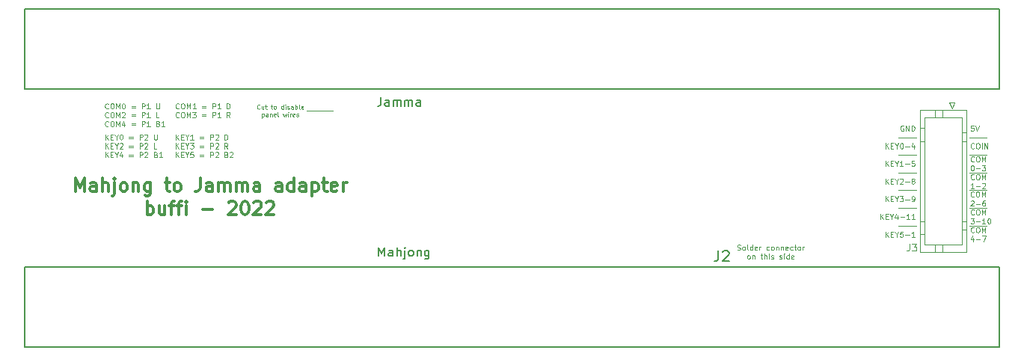
<source format=gto>
G04 #@! TF.GenerationSoftware,KiCad,Pcbnew,(5.1.10)-1*
G04 #@! TF.CreationDate,2021-12-14T16:32:23+01:00*
G04 #@! TF.ProjectId,jamma_mahjong,6a616d6d-615f-46d6-9168-6a6f6e672e6b,rev?*
G04 #@! TF.SameCoordinates,Original*
G04 #@! TF.FileFunction,Legend,Top*
G04 #@! TF.FilePolarity,Positive*
%FSLAX46Y46*%
G04 Gerber Fmt 4.6, Leading zero omitted, Abs format (unit mm)*
G04 Created by KiCad (PCBNEW (5.1.10)-1) date 2021-12-14 16:32:23*
%MOMM*%
%LPD*%
G01*
G04 APERTURE LIST*
%ADD10C,0.100000*%
%ADD11C,0.120000*%
%ADD12C,0.375000*%
%ADD13C,0.150000*%
%ADD14C,1.200000*%
%ADD15R,2.350000X8.000000*%
G04 APERTURE END LIST*
D10*
X201742857Y-74742857D02*
X201828571Y-74771428D01*
X201971428Y-74771428D01*
X202028571Y-74742857D01*
X202057142Y-74714285D01*
X202085714Y-74657142D01*
X202085714Y-74600000D01*
X202057142Y-74542857D01*
X202028571Y-74514285D01*
X201971428Y-74485714D01*
X201857142Y-74457142D01*
X201800000Y-74428571D01*
X201771428Y-74400000D01*
X201742857Y-74342857D01*
X201742857Y-74285714D01*
X201771428Y-74228571D01*
X201800000Y-74200000D01*
X201857142Y-74171428D01*
X202000000Y-74171428D01*
X202085714Y-74200000D01*
X202428571Y-74771428D02*
X202371428Y-74742857D01*
X202342857Y-74714285D01*
X202314285Y-74657142D01*
X202314285Y-74485714D01*
X202342857Y-74428571D01*
X202371428Y-74400000D01*
X202428571Y-74371428D01*
X202514285Y-74371428D01*
X202571428Y-74400000D01*
X202600000Y-74428571D01*
X202628571Y-74485714D01*
X202628571Y-74657142D01*
X202600000Y-74714285D01*
X202571428Y-74742857D01*
X202514285Y-74771428D01*
X202428571Y-74771428D01*
X202971428Y-74771428D02*
X202914285Y-74742857D01*
X202885714Y-74685714D01*
X202885714Y-74171428D01*
X203457142Y-74771428D02*
X203457142Y-74171428D01*
X203457142Y-74742857D02*
X203400000Y-74771428D01*
X203285714Y-74771428D01*
X203228571Y-74742857D01*
X203200000Y-74714285D01*
X203171428Y-74657142D01*
X203171428Y-74485714D01*
X203200000Y-74428571D01*
X203228571Y-74400000D01*
X203285714Y-74371428D01*
X203400000Y-74371428D01*
X203457142Y-74400000D01*
X203971428Y-74742857D02*
X203914285Y-74771428D01*
X203800000Y-74771428D01*
X203742857Y-74742857D01*
X203714285Y-74685714D01*
X203714285Y-74457142D01*
X203742857Y-74400000D01*
X203800000Y-74371428D01*
X203914285Y-74371428D01*
X203971428Y-74400000D01*
X204000000Y-74457142D01*
X204000000Y-74514285D01*
X203714285Y-74571428D01*
X204257142Y-74771428D02*
X204257142Y-74371428D01*
X204257142Y-74485714D02*
X204285714Y-74428571D01*
X204314285Y-74400000D01*
X204371428Y-74371428D01*
X204428571Y-74371428D01*
X205342857Y-74742857D02*
X205285714Y-74771428D01*
X205171428Y-74771428D01*
X205114285Y-74742857D01*
X205085714Y-74714285D01*
X205057142Y-74657142D01*
X205057142Y-74485714D01*
X205085714Y-74428571D01*
X205114285Y-74400000D01*
X205171428Y-74371428D01*
X205285714Y-74371428D01*
X205342857Y-74400000D01*
X205685714Y-74771428D02*
X205628571Y-74742857D01*
X205600000Y-74714285D01*
X205571428Y-74657142D01*
X205571428Y-74485714D01*
X205600000Y-74428571D01*
X205628571Y-74400000D01*
X205685714Y-74371428D01*
X205771428Y-74371428D01*
X205828571Y-74400000D01*
X205857142Y-74428571D01*
X205885714Y-74485714D01*
X205885714Y-74657142D01*
X205857142Y-74714285D01*
X205828571Y-74742857D01*
X205771428Y-74771428D01*
X205685714Y-74771428D01*
X206142857Y-74371428D02*
X206142857Y-74771428D01*
X206142857Y-74428571D02*
X206171428Y-74400000D01*
X206228571Y-74371428D01*
X206314285Y-74371428D01*
X206371428Y-74400000D01*
X206400000Y-74457142D01*
X206400000Y-74771428D01*
X206685714Y-74371428D02*
X206685714Y-74771428D01*
X206685714Y-74428571D02*
X206714285Y-74400000D01*
X206771428Y-74371428D01*
X206857142Y-74371428D01*
X206914285Y-74400000D01*
X206942857Y-74457142D01*
X206942857Y-74771428D01*
X207457142Y-74742857D02*
X207400000Y-74771428D01*
X207285714Y-74771428D01*
X207228571Y-74742857D01*
X207200000Y-74685714D01*
X207200000Y-74457142D01*
X207228571Y-74400000D01*
X207285714Y-74371428D01*
X207400000Y-74371428D01*
X207457142Y-74400000D01*
X207485714Y-74457142D01*
X207485714Y-74514285D01*
X207200000Y-74571428D01*
X208000000Y-74742857D02*
X207942857Y-74771428D01*
X207828571Y-74771428D01*
X207771428Y-74742857D01*
X207742857Y-74714285D01*
X207714285Y-74657142D01*
X207714285Y-74485714D01*
X207742857Y-74428571D01*
X207771428Y-74400000D01*
X207828571Y-74371428D01*
X207942857Y-74371428D01*
X208000000Y-74400000D01*
X208171428Y-74371428D02*
X208400000Y-74371428D01*
X208257142Y-74171428D02*
X208257142Y-74685714D01*
X208285714Y-74742857D01*
X208342857Y-74771428D01*
X208400000Y-74771428D01*
X208685714Y-74771428D02*
X208628571Y-74742857D01*
X208600000Y-74714285D01*
X208571428Y-74657142D01*
X208571428Y-74485714D01*
X208600000Y-74428571D01*
X208628571Y-74400000D01*
X208685714Y-74371428D01*
X208771428Y-74371428D01*
X208828571Y-74400000D01*
X208857142Y-74428571D01*
X208885714Y-74485714D01*
X208885714Y-74657142D01*
X208857142Y-74714285D01*
X208828571Y-74742857D01*
X208771428Y-74771428D01*
X208685714Y-74771428D01*
X209142857Y-74771428D02*
X209142857Y-74371428D01*
X209142857Y-74485714D02*
X209171428Y-74428571D01*
X209200000Y-74400000D01*
X209257142Y-74371428D01*
X209314285Y-74371428D01*
X202985714Y-75771428D02*
X202928571Y-75742857D01*
X202900000Y-75714285D01*
X202871428Y-75657142D01*
X202871428Y-75485714D01*
X202900000Y-75428571D01*
X202928571Y-75400000D01*
X202985714Y-75371428D01*
X203071428Y-75371428D01*
X203128571Y-75400000D01*
X203157142Y-75428571D01*
X203185714Y-75485714D01*
X203185714Y-75657142D01*
X203157142Y-75714285D01*
X203128571Y-75742857D01*
X203071428Y-75771428D01*
X202985714Y-75771428D01*
X203442857Y-75371428D02*
X203442857Y-75771428D01*
X203442857Y-75428571D02*
X203471428Y-75400000D01*
X203528571Y-75371428D01*
X203614285Y-75371428D01*
X203671428Y-75400000D01*
X203700000Y-75457142D01*
X203700000Y-75771428D01*
X204357142Y-75371428D02*
X204585714Y-75371428D01*
X204442857Y-75171428D02*
X204442857Y-75685714D01*
X204471428Y-75742857D01*
X204528571Y-75771428D01*
X204585714Y-75771428D01*
X204785714Y-75771428D02*
X204785714Y-75171428D01*
X205042857Y-75771428D02*
X205042857Y-75457142D01*
X205014285Y-75400000D01*
X204957142Y-75371428D01*
X204871428Y-75371428D01*
X204814285Y-75400000D01*
X204785714Y-75428571D01*
X205328571Y-75771428D02*
X205328571Y-75371428D01*
X205328571Y-75171428D02*
X205300000Y-75200000D01*
X205328571Y-75228571D01*
X205357142Y-75200000D01*
X205328571Y-75171428D01*
X205328571Y-75228571D01*
X205585714Y-75742857D02*
X205642857Y-75771428D01*
X205757142Y-75771428D01*
X205814285Y-75742857D01*
X205842857Y-75685714D01*
X205842857Y-75657142D01*
X205814285Y-75600000D01*
X205757142Y-75571428D01*
X205671428Y-75571428D01*
X205614285Y-75542857D01*
X205585714Y-75485714D01*
X205585714Y-75457142D01*
X205614285Y-75400000D01*
X205671428Y-75371428D01*
X205757142Y-75371428D01*
X205814285Y-75400000D01*
X206528571Y-75742857D02*
X206585714Y-75771428D01*
X206700000Y-75771428D01*
X206757142Y-75742857D01*
X206785714Y-75685714D01*
X206785714Y-75657142D01*
X206757142Y-75600000D01*
X206700000Y-75571428D01*
X206614285Y-75571428D01*
X206557142Y-75542857D01*
X206528571Y-75485714D01*
X206528571Y-75457142D01*
X206557142Y-75400000D01*
X206614285Y-75371428D01*
X206700000Y-75371428D01*
X206757142Y-75400000D01*
X207042857Y-75771428D02*
X207042857Y-75371428D01*
X207042857Y-75171428D02*
X207014285Y-75200000D01*
X207042857Y-75228571D01*
X207071428Y-75200000D01*
X207042857Y-75171428D01*
X207042857Y-75228571D01*
X207585714Y-75771428D02*
X207585714Y-75171428D01*
X207585714Y-75742857D02*
X207528571Y-75771428D01*
X207414285Y-75771428D01*
X207357142Y-75742857D01*
X207328571Y-75714285D01*
X207300000Y-75657142D01*
X207300000Y-75485714D01*
X207328571Y-75428571D01*
X207357142Y-75400000D01*
X207414285Y-75371428D01*
X207528571Y-75371428D01*
X207585714Y-75400000D01*
X208100000Y-75742857D02*
X208042857Y-75771428D01*
X207928571Y-75771428D01*
X207871428Y-75742857D01*
X207842857Y-75685714D01*
X207842857Y-75457142D01*
X207871428Y-75400000D01*
X207928571Y-75371428D01*
X208042857Y-75371428D01*
X208100000Y-75400000D01*
X208128571Y-75457142D01*
X208128571Y-75514285D01*
X207842857Y-75571428D01*
X138207857Y-62271428D02*
X138207857Y-61671428D01*
X138550714Y-62271428D02*
X138293571Y-61928571D01*
X138550714Y-61671428D02*
X138207857Y-62014285D01*
X138807857Y-61957142D02*
X139007857Y-61957142D01*
X139093571Y-62271428D02*
X138807857Y-62271428D01*
X138807857Y-61671428D01*
X139093571Y-61671428D01*
X139465000Y-61985714D02*
X139465000Y-62271428D01*
X139265000Y-61671428D02*
X139465000Y-61985714D01*
X139665000Y-61671428D01*
X140179285Y-62271428D02*
X139836428Y-62271428D01*
X140007857Y-62271428D02*
X140007857Y-61671428D01*
X139950714Y-61757142D01*
X139893571Y-61814285D01*
X139836428Y-61842857D01*
X140893571Y-61957142D02*
X141350714Y-61957142D01*
X141350714Y-62128571D02*
X140893571Y-62128571D01*
X142093571Y-62271428D02*
X142093571Y-61671428D01*
X142322142Y-61671428D01*
X142379285Y-61700000D01*
X142407857Y-61728571D01*
X142436428Y-61785714D01*
X142436428Y-61871428D01*
X142407857Y-61928571D01*
X142379285Y-61957142D01*
X142322142Y-61985714D01*
X142093571Y-61985714D01*
X142665000Y-61728571D02*
X142693571Y-61700000D01*
X142750714Y-61671428D01*
X142893571Y-61671428D01*
X142950714Y-61700000D01*
X142979285Y-61728571D01*
X143007857Y-61785714D01*
X143007857Y-61842857D01*
X142979285Y-61928571D01*
X142636428Y-62271428D01*
X143007857Y-62271428D01*
X143722142Y-62271428D02*
X143722142Y-61671428D01*
X143865000Y-61671428D01*
X143950714Y-61700000D01*
X144007857Y-61757142D01*
X144036428Y-61814285D01*
X144065000Y-61928571D01*
X144065000Y-62014285D01*
X144036428Y-62128571D01*
X144007857Y-62185714D01*
X143950714Y-62242857D01*
X143865000Y-62271428D01*
X143722142Y-62271428D01*
X138207857Y-63271428D02*
X138207857Y-62671428D01*
X138550714Y-63271428D02*
X138293571Y-62928571D01*
X138550714Y-62671428D02*
X138207857Y-63014285D01*
X138807857Y-62957142D02*
X139007857Y-62957142D01*
X139093571Y-63271428D02*
X138807857Y-63271428D01*
X138807857Y-62671428D01*
X139093571Y-62671428D01*
X139465000Y-62985714D02*
X139465000Y-63271428D01*
X139265000Y-62671428D02*
X139465000Y-62985714D01*
X139665000Y-62671428D01*
X139807857Y-62671428D02*
X140179285Y-62671428D01*
X139979285Y-62900000D01*
X140065000Y-62900000D01*
X140122142Y-62928571D01*
X140150714Y-62957142D01*
X140179285Y-63014285D01*
X140179285Y-63157142D01*
X140150714Y-63214285D01*
X140122142Y-63242857D01*
X140065000Y-63271428D01*
X139893571Y-63271428D01*
X139836428Y-63242857D01*
X139807857Y-63214285D01*
X140893571Y-62957142D02*
X141350714Y-62957142D01*
X141350714Y-63128571D02*
X140893571Y-63128571D01*
X142093571Y-63271428D02*
X142093571Y-62671428D01*
X142322142Y-62671428D01*
X142379285Y-62700000D01*
X142407857Y-62728571D01*
X142436428Y-62785714D01*
X142436428Y-62871428D01*
X142407857Y-62928571D01*
X142379285Y-62957142D01*
X142322142Y-62985714D01*
X142093571Y-62985714D01*
X142665000Y-62728571D02*
X142693571Y-62700000D01*
X142750714Y-62671428D01*
X142893571Y-62671428D01*
X142950714Y-62700000D01*
X142979285Y-62728571D01*
X143007857Y-62785714D01*
X143007857Y-62842857D01*
X142979285Y-62928571D01*
X142636428Y-63271428D01*
X143007857Y-63271428D01*
X144065000Y-63271428D02*
X143865000Y-62985714D01*
X143722142Y-63271428D02*
X143722142Y-62671428D01*
X143950714Y-62671428D01*
X144007857Y-62700000D01*
X144036428Y-62728571D01*
X144065000Y-62785714D01*
X144065000Y-62871428D01*
X144036428Y-62928571D01*
X144007857Y-62957142D01*
X143950714Y-62985714D01*
X143722142Y-62985714D01*
X138207857Y-64271428D02*
X138207857Y-63671428D01*
X138550714Y-64271428D02*
X138293571Y-63928571D01*
X138550714Y-63671428D02*
X138207857Y-64014285D01*
X138807857Y-63957142D02*
X139007857Y-63957142D01*
X139093571Y-64271428D02*
X138807857Y-64271428D01*
X138807857Y-63671428D01*
X139093571Y-63671428D01*
X139465000Y-63985714D02*
X139465000Y-64271428D01*
X139265000Y-63671428D02*
X139465000Y-63985714D01*
X139665000Y-63671428D01*
X140150714Y-63671428D02*
X139865000Y-63671428D01*
X139836428Y-63957142D01*
X139865000Y-63928571D01*
X139922142Y-63900000D01*
X140065000Y-63900000D01*
X140122142Y-63928571D01*
X140150714Y-63957142D01*
X140179285Y-64014285D01*
X140179285Y-64157142D01*
X140150714Y-64214285D01*
X140122142Y-64242857D01*
X140065000Y-64271428D01*
X139922142Y-64271428D01*
X139865000Y-64242857D01*
X139836428Y-64214285D01*
X140893571Y-63957142D02*
X141350714Y-63957142D01*
X141350714Y-64128571D02*
X140893571Y-64128571D01*
X142093571Y-64271428D02*
X142093571Y-63671428D01*
X142322142Y-63671428D01*
X142379285Y-63700000D01*
X142407857Y-63728571D01*
X142436428Y-63785714D01*
X142436428Y-63871428D01*
X142407857Y-63928571D01*
X142379285Y-63957142D01*
X142322142Y-63985714D01*
X142093571Y-63985714D01*
X142665000Y-63728571D02*
X142693571Y-63700000D01*
X142750714Y-63671428D01*
X142893571Y-63671428D01*
X142950714Y-63700000D01*
X142979285Y-63728571D01*
X143007857Y-63785714D01*
X143007857Y-63842857D01*
X142979285Y-63928571D01*
X142636428Y-64271428D01*
X143007857Y-64271428D01*
X143922142Y-63957142D02*
X144007857Y-63985714D01*
X144036428Y-64014285D01*
X144065000Y-64071428D01*
X144065000Y-64157142D01*
X144036428Y-64214285D01*
X144007857Y-64242857D01*
X143950714Y-64271428D01*
X143722142Y-64271428D01*
X143722142Y-63671428D01*
X143922142Y-63671428D01*
X143979285Y-63700000D01*
X144007857Y-63728571D01*
X144036428Y-63785714D01*
X144036428Y-63842857D01*
X144007857Y-63900000D01*
X143979285Y-63928571D01*
X143922142Y-63957142D01*
X143722142Y-63957142D01*
X144293571Y-63728571D02*
X144322142Y-63700000D01*
X144379285Y-63671428D01*
X144522142Y-63671428D01*
X144579285Y-63700000D01*
X144607857Y-63728571D01*
X144636428Y-63785714D01*
X144636428Y-63842857D01*
X144607857Y-63928571D01*
X144265000Y-64271428D01*
X144636428Y-64271428D01*
X130207857Y-62271428D02*
X130207857Y-61671428D01*
X130550714Y-62271428D02*
X130293571Y-61928571D01*
X130550714Y-61671428D02*
X130207857Y-62014285D01*
X130807857Y-61957142D02*
X131007857Y-61957142D01*
X131093571Y-62271428D02*
X130807857Y-62271428D01*
X130807857Y-61671428D01*
X131093571Y-61671428D01*
X131465000Y-61985714D02*
X131465000Y-62271428D01*
X131265000Y-61671428D02*
X131465000Y-61985714D01*
X131665000Y-61671428D01*
X131979285Y-61671428D02*
X132036428Y-61671428D01*
X132093571Y-61700000D01*
X132122142Y-61728571D01*
X132150714Y-61785714D01*
X132179285Y-61900000D01*
X132179285Y-62042857D01*
X132150714Y-62157142D01*
X132122142Y-62214285D01*
X132093571Y-62242857D01*
X132036428Y-62271428D01*
X131979285Y-62271428D01*
X131922142Y-62242857D01*
X131893571Y-62214285D01*
X131865000Y-62157142D01*
X131836428Y-62042857D01*
X131836428Y-61900000D01*
X131865000Y-61785714D01*
X131893571Y-61728571D01*
X131922142Y-61700000D01*
X131979285Y-61671428D01*
X132893571Y-61957142D02*
X133350714Y-61957142D01*
X133350714Y-62128571D02*
X132893571Y-62128571D01*
X134093571Y-62271428D02*
X134093571Y-61671428D01*
X134322142Y-61671428D01*
X134379285Y-61700000D01*
X134407857Y-61728571D01*
X134436428Y-61785714D01*
X134436428Y-61871428D01*
X134407857Y-61928571D01*
X134379285Y-61957142D01*
X134322142Y-61985714D01*
X134093571Y-61985714D01*
X134665000Y-61728571D02*
X134693571Y-61700000D01*
X134750714Y-61671428D01*
X134893571Y-61671428D01*
X134950714Y-61700000D01*
X134979285Y-61728571D01*
X135007857Y-61785714D01*
X135007857Y-61842857D01*
X134979285Y-61928571D01*
X134636428Y-62271428D01*
X135007857Y-62271428D01*
X135722142Y-61671428D02*
X135722142Y-62157142D01*
X135750714Y-62214285D01*
X135779285Y-62242857D01*
X135836428Y-62271428D01*
X135950714Y-62271428D01*
X136007857Y-62242857D01*
X136036428Y-62214285D01*
X136065000Y-62157142D01*
X136065000Y-61671428D01*
X130207857Y-63271428D02*
X130207857Y-62671428D01*
X130550714Y-63271428D02*
X130293571Y-62928571D01*
X130550714Y-62671428D02*
X130207857Y-63014285D01*
X130807857Y-62957142D02*
X131007857Y-62957142D01*
X131093571Y-63271428D02*
X130807857Y-63271428D01*
X130807857Y-62671428D01*
X131093571Y-62671428D01*
X131465000Y-62985714D02*
X131465000Y-63271428D01*
X131265000Y-62671428D02*
X131465000Y-62985714D01*
X131665000Y-62671428D01*
X131836428Y-62728571D02*
X131865000Y-62700000D01*
X131922142Y-62671428D01*
X132065000Y-62671428D01*
X132122142Y-62700000D01*
X132150714Y-62728571D01*
X132179285Y-62785714D01*
X132179285Y-62842857D01*
X132150714Y-62928571D01*
X131807857Y-63271428D01*
X132179285Y-63271428D01*
X132893571Y-62957142D02*
X133350714Y-62957142D01*
X133350714Y-63128571D02*
X132893571Y-63128571D01*
X134093571Y-63271428D02*
X134093571Y-62671428D01*
X134322142Y-62671428D01*
X134379285Y-62700000D01*
X134407857Y-62728571D01*
X134436428Y-62785714D01*
X134436428Y-62871428D01*
X134407857Y-62928571D01*
X134379285Y-62957142D01*
X134322142Y-62985714D01*
X134093571Y-62985714D01*
X134665000Y-62728571D02*
X134693571Y-62700000D01*
X134750714Y-62671428D01*
X134893571Y-62671428D01*
X134950714Y-62700000D01*
X134979285Y-62728571D01*
X135007857Y-62785714D01*
X135007857Y-62842857D01*
X134979285Y-62928571D01*
X134636428Y-63271428D01*
X135007857Y-63271428D01*
X136007857Y-63271428D02*
X135722142Y-63271428D01*
X135722142Y-62671428D01*
X130207857Y-64271428D02*
X130207857Y-63671428D01*
X130550714Y-64271428D02*
X130293571Y-63928571D01*
X130550714Y-63671428D02*
X130207857Y-64014285D01*
X130807857Y-63957142D02*
X131007857Y-63957142D01*
X131093571Y-64271428D02*
X130807857Y-64271428D01*
X130807857Y-63671428D01*
X131093571Y-63671428D01*
X131465000Y-63985714D02*
X131465000Y-64271428D01*
X131265000Y-63671428D02*
X131465000Y-63985714D01*
X131665000Y-63671428D01*
X132122142Y-63871428D02*
X132122142Y-64271428D01*
X131979285Y-63642857D02*
X131836428Y-64071428D01*
X132207857Y-64071428D01*
X132893571Y-63957142D02*
X133350714Y-63957142D01*
X133350714Y-64128571D02*
X132893571Y-64128571D01*
X134093571Y-64271428D02*
X134093571Y-63671428D01*
X134322142Y-63671428D01*
X134379285Y-63700000D01*
X134407857Y-63728571D01*
X134436428Y-63785714D01*
X134436428Y-63871428D01*
X134407857Y-63928571D01*
X134379285Y-63957142D01*
X134322142Y-63985714D01*
X134093571Y-63985714D01*
X134665000Y-63728571D02*
X134693571Y-63700000D01*
X134750714Y-63671428D01*
X134893571Y-63671428D01*
X134950714Y-63700000D01*
X134979285Y-63728571D01*
X135007857Y-63785714D01*
X135007857Y-63842857D01*
X134979285Y-63928571D01*
X134636428Y-64271428D01*
X135007857Y-64271428D01*
X135922142Y-63957142D02*
X136007857Y-63985714D01*
X136036428Y-64014285D01*
X136065000Y-64071428D01*
X136065000Y-64157142D01*
X136036428Y-64214285D01*
X136007857Y-64242857D01*
X135950714Y-64271428D01*
X135722142Y-64271428D01*
X135722142Y-63671428D01*
X135922142Y-63671428D01*
X135979285Y-63700000D01*
X136007857Y-63728571D01*
X136036428Y-63785714D01*
X136036428Y-63842857D01*
X136007857Y-63900000D01*
X135979285Y-63928571D01*
X135922142Y-63957142D01*
X135722142Y-63957142D01*
X136636428Y-64271428D02*
X136293571Y-64271428D01*
X136465000Y-64271428D02*
X136465000Y-63671428D01*
X136407857Y-63757142D01*
X136350714Y-63814285D01*
X136293571Y-63842857D01*
X138550714Y-58714285D02*
X138522142Y-58742857D01*
X138436428Y-58771428D01*
X138379285Y-58771428D01*
X138293571Y-58742857D01*
X138236428Y-58685714D01*
X138207857Y-58628571D01*
X138179285Y-58514285D01*
X138179285Y-58428571D01*
X138207857Y-58314285D01*
X138236428Y-58257142D01*
X138293571Y-58200000D01*
X138379285Y-58171428D01*
X138436428Y-58171428D01*
X138522142Y-58200000D01*
X138550714Y-58228571D01*
X138922142Y-58171428D02*
X139036428Y-58171428D01*
X139093571Y-58200000D01*
X139150714Y-58257142D01*
X139179285Y-58371428D01*
X139179285Y-58571428D01*
X139150714Y-58685714D01*
X139093571Y-58742857D01*
X139036428Y-58771428D01*
X138922142Y-58771428D01*
X138865000Y-58742857D01*
X138807857Y-58685714D01*
X138779285Y-58571428D01*
X138779285Y-58371428D01*
X138807857Y-58257142D01*
X138865000Y-58200000D01*
X138922142Y-58171428D01*
X139436428Y-58771428D02*
X139436428Y-58171428D01*
X139636428Y-58600000D01*
X139836428Y-58171428D01*
X139836428Y-58771428D01*
X140436428Y-58771428D02*
X140093571Y-58771428D01*
X140265000Y-58771428D02*
X140265000Y-58171428D01*
X140207857Y-58257142D01*
X140150714Y-58314285D01*
X140093571Y-58342857D01*
X141150714Y-58457142D02*
X141607857Y-58457142D01*
X141607857Y-58628571D02*
X141150714Y-58628571D01*
X142350714Y-58771428D02*
X142350714Y-58171428D01*
X142579285Y-58171428D01*
X142636428Y-58200000D01*
X142665000Y-58228571D01*
X142693571Y-58285714D01*
X142693571Y-58371428D01*
X142665000Y-58428571D01*
X142636428Y-58457142D01*
X142579285Y-58485714D01*
X142350714Y-58485714D01*
X143265000Y-58771428D02*
X142922142Y-58771428D01*
X143093571Y-58771428D02*
X143093571Y-58171428D01*
X143036428Y-58257142D01*
X142979285Y-58314285D01*
X142922142Y-58342857D01*
X143979285Y-58771428D02*
X143979285Y-58171428D01*
X144122142Y-58171428D01*
X144207857Y-58200000D01*
X144265000Y-58257142D01*
X144293571Y-58314285D01*
X144322142Y-58428571D01*
X144322142Y-58514285D01*
X144293571Y-58628571D01*
X144265000Y-58685714D01*
X144207857Y-58742857D01*
X144122142Y-58771428D01*
X143979285Y-58771428D01*
X138550714Y-59714285D02*
X138522142Y-59742857D01*
X138436428Y-59771428D01*
X138379285Y-59771428D01*
X138293571Y-59742857D01*
X138236428Y-59685714D01*
X138207857Y-59628571D01*
X138179285Y-59514285D01*
X138179285Y-59428571D01*
X138207857Y-59314285D01*
X138236428Y-59257142D01*
X138293571Y-59200000D01*
X138379285Y-59171428D01*
X138436428Y-59171428D01*
X138522142Y-59200000D01*
X138550714Y-59228571D01*
X138922142Y-59171428D02*
X139036428Y-59171428D01*
X139093571Y-59200000D01*
X139150714Y-59257142D01*
X139179285Y-59371428D01*
X139179285Y-59571428D01*
X139150714Y-59685714D01*
X139093571Y-59742857D01*
X139036428Y-59771428D01*
X138922142Y-59771428D01*
X138865000Y-59742857D01*
X138807857Y-59685714D01*
X138779285Y-59571428D01*
X138779285Y-59371428D01*
X138807857Y-59257142D01*
X138865000Y-59200000D01*
X138922142Y-59171428D01*
X139436428Y-59771428D02*
X139436428Y-59171428D01*
X139636428Y-59600000D01*
X139836428Y-59171428D01*
X139836428Y-59771428D01*
X140065000Y-59171428D02*
X140436428Y-59171428D01*
X140236428Y-59400000D01*
X140322142Y-59400000D01*
X140379285Y-59428571D01*
X140407857Y-59457142D01*
X140436428Y-59514285D01*
X140436428Y-59657142D01*
X140407857Y-59714285D01*
X140379285Y-59742857D01*
X140322142Y-59771428D01*
X140150714Y-59771428D01*
X140093571Y-59742857D01*
X140065000Y-59714285D01*
X141150714Y-59457142D02*
X141607857Y-59457142D01*
X141607857Y-59628571D02*
X141150714Y-59628571D01*
X142350714Y-59771428D02*
X142350714Y-59171428D01*
X142579285Y-59171428D01*
X142636428Y-59200000D01*
X142665000Y-59228571D01*
X142693571Y-59285714D01*
X142693571Y-59371428D01*
X142665000Y-59428571D01*
X142636428Y-59457142D01*
X142579285Y-59485714D01*
X142350714Y-59485714D01*
X143265000Y-59771428D02*
X142922142Y-59771428D01*
X143093571Y-59771428D02*
X143093571Y-59171428D01*
X143036428Y-59257142D01*
X142979285Y-59314285D01*
X142922142Y-59342857D01*
X144322142Y-59771428D02*
X144122142Y-59485714D01*
X143979285Y-59771428D02*
X143979285Y-59171428D01*
X144207857Y-59171428D01*
X144265000Y-59200000D01*
X144293571Y-59228571D01*
X144322142Y-59285714D01*
X144322142Y-59371428D01*
X144293571Y-59428571D01*
X144265000Y-59457142D01*
X144207857Y-59485714D01*
X143979285Y-59485714D01*
X130550714Y-58714285D02*
X130522142Y-58742857D01*
X130436428Y-58771428D01*
X130379285Y-58771428D01*
X130293571Y-58742857D01*
X130236428Y-58685714D01*
X130207857Y-58628571D01*
X130179285Y-58514285D01*
X130179285Y-58428571D01*
X130207857Y-58314285D01*
X130236428Y-58257142D01*
X130293571Y-58200000D01*
X130379285Y-58171428D01*
X130436428Y-58171428D01*
X130522142Y-58200000D01*
X130550714Y-58228571D01*
X130922142Y-58171428D02*
X131036428Y-58171428D01*
X131093571Y-58200000D01*
X131150714Y-58257142D01*
X131179285Y-58371428D01*
X131179285Y-58571428D01*
X131150714Y-58685714D01*
X131093571Y-58742857D01*
X131036428Y-58771428D01*
X130922142Y-58771428D01*
X130865000Y-58742857D01*
X130807857Y-58685714D01*
X130779285Y-58571428D01*
X130779285Y-58371428D01*
X130807857Y-58257142D01*
X130865000Y-58200000D01*
X130922142Y-58171428D01*
X131436428Y-58771428D02*
X131436428Y-58171428D01*
X131636428Y-58600000D01*
X131836428Y-58171428D01*
X131836428Y-58771428D01*
X132236428Y-58171428D02*
X132293571Y-58171428D01*
X132350714Y-58200000D01*
X132379285Y-58228571D01*
X132407857Y-58285714D01*
X132436428Y-58400000D01*
X132436428Y-58542857D01*
X132407857Y-58657142D01*
X132379285Y-58714285D01*
X132350714Y-58742857D01*
X132293571Y-58771428D01*
X132236428Y-58771428D01*
X132179285Y-58742857D01*
X132150714Y-58714285D01*
X132122142Y-58657142D01*
X132093571Y-58542857D01*
X132093571Y-58400000D01*
X132122142Y-58285714D01*
X132150714Y-58228571D01*
X132179285Y-58200000D01*
X132236428Y-58171428D01*
X133150714Y-58457142D02*
X133607857Y-58457142D01*
X133607857Y-58628571D02*
X133150714Y-58628571D01*
X134350714Y-58771428D02*
X134350714Y-58171428D01*
X134579285Y-58171428D01*
X134636428Y-58200000D01*
X134665000Y-58228571D01*
X134693571Y-58285714D01*
X134693571Y-58371428D01*
X134665000Y-58428571D01*
X134636428Y-58457142D01*
X134579285Y-58485714D01*
X134350714Y-58485714D01*
X135265000Y-58771428D02*
X134922142Y-58771428D01*
X135093571Y-58771428D02*
X135093571Y-58171428D01*
X135036428Y-58257142D01*
X134979285Y-58314285D01*
X134922142Y-58342857D01*
X135979285Y-58171428D02*
X135979285Y-58657142D01*
X136007857Y-58714285D01*
X136036428Y-58742857D01*
X136093571Y-58771428D01*
X136207857Y-58771428D01*
X136265000Y-58742857D01*
X136293571Y-58714285D01*
X136322142Y-58657142D01*
X136322142Y-58171428D01*
X130550714Y-59714285D02*
X130522142Y-59742857D01*
X130436428Y-59771428D01*
X130379285Y-59771428D01*
X130293571Y-59742857D01*
X130236428Y-59685714D01*
X130207857Y-59628571D01*
X130179285Y-59514285D01*
X130179285Y-59428571D01*
X130207857Y-59314285D01*
X130236428Y-59257142D01*
X130293571Y-59200000D01*
X130379285Y-59171428D01*
X130436428Y-59171428D01*
X130522142Y-59200000D01*
X130550714Y-59228571D01*
X130922142Y-59171428D02*
X131036428Y-59171428D01*
X131093571Y-59200000D01*
X131150714Y-59257142D01*
X131179285Y-59371428D01*
X131179285Y-59571428D01*
X131150714Y-59685714D01*
X131093571Y-59742857D01*
X131036428Y-59771428D01*
X130922142Y-59771428D01*
X130865000Y-59742857D01*
X130807857Y-59685714D01*
X130779285Y-59571428D01*
X130779285Y-59371428D01*
X130807857Y-59257142D01*
X130865000Y-59200000D01*
X130922142Y-59171428D01*
X131436428Y-59771428D02*
X131436428Y-59171428D01*
X131636428Y-59600000D01*
X131836428Y-59171428D01*
X131836428Y-59771428D01*
X132093571Y-59228571D02*
X132122142Y-59200000D01*
X132179285Y-59171428D01*
X132322142Y-59171428D01*
X132379285Y-59200000D01*
X132407857Y-59228571D01*
X132436428Y-59285714D01*
X132436428Y-59342857D01*
X132407857Y-59428571D01*
X132065000Y-59771428D01*
X132436428Y-59771428D01*
X133150714Y-59457142D02*
X133607857Y-59457142D01*
X133607857Y-59628571D02*
X133150714Y-59628571D01*
X134350714Y-59771428D02*
X134350714Y-59171428D01*
X134579285Y-59171428D01*
X134636428Y-59200000D01*
X134665000Y-59228571D01*
X134693571Y-59285714D01*
X134693571Y-59371428D01*
X134665000Y-59428571D01*
X134636428Y-59457142D01*
X134579285Y-59485714D01*
X134350714Y-59485714D01*
X135265000Y-59771428D02*
X134922142Y-59771428D01*
X135093571Y-59771428D02*
X135093571Y-59171428D01*
X135036428Y-59257142D01*
X134979285Y-59314285D01*
X134922142Y-59342857D01*
X136265000Y-59771428D02*
X135979285Y-59771428D01*
X135979285Y-59171428D01*
X130550714Y-60714285D02*
X130522142Y-60742857D01*
X130436428Y-60771428D01*
X130379285Y-60771428D01*
X130293571Y-60742857D01*
X130236428Y-60685714D01*
X130207857Y-60628571D01*
X130179285Y-60514285D01*
X130179285Y-60428571D01*
X130207857Y-60314285D01*
X130236428Y-60257142D01*
X130293571Y-60200000D01*
X130379285Y-60171428D01*
X130436428Y-60171428D01*
X130522142Y-60200000D01*
X130550714Y-60228571D01*
X130922142Y-60171428D02*
X131036428Y-60171428D01*
X131093571Y-60200000D01*
X131150714Y-60257142D01*
X131179285Y-60371428D01*
X131179285Y-60571428D01*
X131150714Y-60685714D01*
X131093571Y-60742857D01*
X131036428Y-60771428D01*
X130922142Y-60771428D01*
X130865000Y-60742857D01*
X130807857Y-60685714D01*
X130779285Y-60571428D01*
X130779285Y-60371428D01*
X130807857Y-60257142D01*
X130865000Y-60200000D01*
X130922142Y-60171428D01*
X131436428Y-60771428D02*
X131436428Y-60171428D01*
X131636428Y-60600000D01*
X131836428Y-60171428D01*
X131836428Y-60771428D01*
X132379285Y-60371428D02*
X132379285Y-60771428D01*
X132236428Y-60142857D02*
X132093571Y-60571428D01*
X132465000Y-60571428D01*
X133150714Y-60457142D02*
X133607857Y-60457142D01*
X133607857Y-60628571D02*
X133150714Y-60628571D01*
X134350714Y-60771428D02*
X134350714Y-60171428D01*
X134579285Y-60171428D01*
X134636428Y-60200000D01*
X134665000Y-60228571D01*
X134693571Y-60285714D01*
X134693571Y-60371428D01*
X134665000Y-60428571D01*
X134636428Y-60457142D01*
X134579285Y-60485714D01*
X134350714Y-60485714D01*
X135265000Y-60771428D02*
X134922142Y-60771428D01*
X135093571Y-60771428D02*
X135093571Y-60171428D01*
X135036428Y-60257142D01*
X134979285Y-60314285D01*
X134922142Y-60342857D01*
X136179285Y-60457142D02*
X136265000Y-60485714D01*
X136293571Y-60514285D01*
X136322142Y-60571428D01*
X136322142Y-60657142D01*
X136293571Y-60714285D01*
X136265000Y-60742857D01*
X136207857Y-60771428D01*
X135979285Y-60771428D01*
X135979285Y-60171428D01*
X136179285Y-60171428D01*
X136236428Y-60200000D01*
X136265000Y-60228571D01*
X136293571Y-60285714D01*
X136293571Y-60342857D01*
X136265000Y-60400000D01*
X136236428Y-60428571D01*
X136179285Y-60457142D01*
X135979285Y-60457142D01*
X136893571Y-60771428D02*
X136550714Y-60771428D01*
X136722142Y-60771428D02*
X136722142Y-60171428D01*
X136665000Y-60257142D01*
X136607857Y-60314285D01*
X136550714Y-60342857D01*
X147690476Y-58753571D02*
X147666666Y-58777380D01*
X147595238Y-58801190D01*
X147547619Y-58801190D01*
X147476190Y-58777380D01*
X147428571Y-58729761D01*
X147404761Y-58682142D01*
X147380952Y-58586904D01*
X147380952Y-58515476D01*
X147404761Y-58420238D01*
X147428571Y-58372619D01*
X147476190Y-58325000D01*
X147547619Y-58301190D01*
X147595238Y-58301190D01*
X147666666Y-58325000D01*
X147690476Y-58348809D01*
X148119047Y-58467857D02*
X148119047Y-58801190D01*
X147904761Y-58467857D02*
X147904761Y-58729761D01*
X147928571Y-58777380D01*
X147976190Y-58801190D01*
X148047619Y-58801190D01*
X148095238Y-58777380D01*
X148119047Y-58753571D01*
X148285714Y-58467857D02*
X148476190Y-58467857D01*
X148357142Y-58301190D02*
X148357142Y-58729761D01*
X148380952Y-58777380D01*
X148428571Y-58801190D01*
X148476190Y-58801190D01*
X148952380Y-58467857D02*
X149142857Y-58467857D01*
X149023809Y-58301190D02*
X149023809Y-58729761D01*
X149047619Y-58777380D01*
X149095238Y-58801190D01*
X149142857Y-58801190D01*
X149380952Y-58801190D02*
X149333333Y-58777380D01*
X149309523Y-58753571D01*
X149285714Y-58705952D01*
X149285714Y-58563095D01*
X149309523Y-58515476D01*
X149333333Y-58491666D01*
X149380952Y-58467857D01*
X149452380Y-58467857D01*
X149500000Y-58491666D01*
X149523809Y-58515476D01*
X149547619Y-58563095D01*
X149547619Y-58705952D01*
X149523809Y-58753571D01*
X149500000Y-58777380D01*
X149452380Y-58801190D01*
X149380952Y-58801190D01*
X150357142Y-58801190D02*
X150357142Y-58301190D01*
X150357142Y-58777380D02*
X150309523Y-58801190D01*
X150214285Y-58801190D01*
X150166666Y-58777380D01*
X150142857Y-58753571D01*
X150119047Y-58705952D01*
X150119047Y-58563095D01*
X150142857Y-58515476D01*
X150166666Y-58491666D01*
X150214285Y-58467857D01*
X150309523Y-58467857D01*
X150357142Y-58491666D01*
X150595238Y-58801190D02*
X150595238Y-58467857D01*
X150595238Y-58301190D02*
X150571428Y-58325000D01*
X150595238Y-58348809D01*
X150619047Y-58325000D01*
X150595238Y-58301190D01*
X150595238Y-58348809D01*
X150809523Y-58777380D02*
X150857142Y-58801190D01*
X150952380Y-58801190D01*
X151000000Y-58777380D01*
X151023809Y-58729761D01*
X151023809Y-58705952D01*
X151000000Y-58658333D01*
X150952380Y-58634523D01*
X150880952Y-58634523D01*
X150833333Y-58610714D01*
X150809523Y-58563095D01*
X150809523Y-58539285D01*
X150833333Y-58491666D01*
X150880952Y-58467857D01*
X150952380Y-58467857D01*
X151000000Y-58491666D01*
X151452380Y-58801190D02*
X151452380Y-58539285D01*
X151428571Y-58491666D01*
X151380952Y-58467857D01*
X151285714Y-58467857D01*
X151238095Y-58491666D01*
X151452380Y-58777380D02*
X151404761Y-58801190D01*
X151285714Y-58801190D01*
X151238095Y-58777380D01*
X151214285Y-58729761D01*
X151214285Y-58682142D01*
X151238095Y-58634523D01*
X151285714Y-58610714D01*
X151404761Y-58610714D01*
X151452380Y-58586904D01*
X151690476Y-58801190D02*
X151690476Y-58301190D01*
X151690476Y-58491666D02*
X151738095Y-58467857D01*
X151833333Y-58467857D01*
X151880952Y-58491666D01*
X151904761Y-58515476D01*
X151928571Y-58563095D01*
X151928571Y-58705952D01*
X151904761Y-58753571D01*
X151880952Y-58777380D01*
X151833333Y-58801190D01*
X151738095Y-58801190D01*
X151690476Y-58777380D01*
X152214285Y-58801190D02*
X152166666Y-58777380D01*
X152142857Y-58729761D01*
X152142857Y-58301190D01*
X152595238Y-58777380D02*
X152547619Y-58801190D01*
X152452380Y-58801190D01*
X152404761Y-58777380D01*
X152380952Y-58729761D01*
X152380952Y-58539285D01*
X152404761Y-58491666D01*
X152452380Y-58467857D01*
X152547619Y-58467857D01*
X152595238Y-58491666D01*
X152619047Y-58539285D01*
X152619047Y-58586904D01*
X152380952Y-58634523D01*
X147952380Y-59317857D02*
X147952380Y-59817857D01*
X147952380Y-59341666D02*
X148000000Y-59317857D01*
X148095238Y-59317857D01*
X148142857Y-59341666D01*
X148166666Y-59365476D01*
X148190476Y-59413095D01*
X148190476Y-59555952D01*
X148166666Y-59603571D01*
X148142857Y-59627380D01*
X148095238Y-59651190D01*
X148000000Y-59651190D01*
X147952380Y-59627380D01*
X148619047Y-59651190D02*
X148619047Y-59389285D01*
X148595238Y-59341666D01*
X148547619Y-59317857D01*
X148452380Y-59317857D01*
X148404761Y-59341666D01*
X148619047Y-59627380D02*
X148571428Y-59651190D01*
X148452380Y-59651190D01*
X148404761Y-59627380D01*
X148380952Y-59579761D01*
X148380952Y-59532142D01*
X148404761Y-59484523D01*
X148452380Y-59460714D01*
X148571428Y-59460714D01*
X148619047Y-59436904D01*
X148857142Y-59317857D02*
X148857142Y-59651190D01*
X148857142Y-59365476D02*
X148880952Y-59341666D01*
X148928571Y-59317857D01*
X149000000Y-59317857D01*
X149047619Y-59341666D01*
X149071428Y-59389285D01*
X149071428Y-59651190D01*
X149500000Y-59627380D02*
X149452380Y-59651190D01*
X149357142Y-59651190D01*
X149309523Y-59627380D01*
X149285714Y-59579761D01*
X149285714Y-59389285D01*
X149309523Y-59341666D01*
X149357142Y-59317857D01*
X149452380Y-59317857D01*
X149500000Y-59341666D01*
X149523809Y-59389285D01*
X149523809Y-59436904D01*
X149285714Y-59484523D01*
X149809523Y-59651190D02*
X149761904Y-59627380D01*
X149738095Y-59579761D01*
X149738095Y-59151190D01*
X150333333Y-59317857D02*
X150428571Y-59651190D01*
X150523809Y-59413095D01*
X150619047Y-59651190D01*
X150714285Y-59317857D01*
X150904761Y-59651190D02*
X150904761Y-59317857D01*
X150904761Y-59151190D02*
X150880952Y-59175000D01*
X150904761Y-59198809D01*
X150928571Y-59175000D01*
X150904761Y-59151190D01*
X150904761Y-59198809D01*
X151142857Y-59651190D02*
X151142857Y-59317857D01*
X151142857Y-59413095D02*
X151166666Y-59365476D01*
X151190476Y-59341666D01*
X151238095Y-59317857D01*
X151285714Y-59317857D01*
X151642857Y-59627380D02*
X151595238Y-59651190D01*
X151500000Y-59651190D01*
X151452380Y-59627380D01*
X151428571Y-59579761D01*
X151428571Y-59389285D01*
X151452380Y-59341666D01*
X151500000Y-59317857D01*
X151595238Y-59317857D01*
X151642857Y-59341666D01*
X151666666Y-59389285D01*
X151666666Y-59436904D01*
X151428571Y-59484523D01*
X151857142Y-59627380D02*
X151904761Y-59651190D01*
X152000000Y-59651190D01*
X152047619Y-59627380D01*
X152071428Y-59579761D01*
X152071428Y-59555952D01*
X152047619Y-59508333D01*
X152000000Y-59484523D01*
X151928571Y-59484523D01*
X151880952Y-59460714D01*
X151857142Y-59413095D01*
X151857142Y-59389285D01*
X151880952Y-59341666D01*
X151928571Y-59317857D01*
X152000000Y-59317857D01*
X152047619Y-59341666D01*
D11*
X153000000Y-59000000D02*
X156000000Y-59000000D01*
D12*
X126834754Y-68140289D02*
X126834754Y-66640289D01*
X127334754Y-67711718D01*
X127834754Y-66640289D01*
X127834754Y-68140289D01*
X129191897Y-68140289D02*
X129191897Y-67354575D01*
X129120469Y-67211718D01*
X128977612Y-67140289D01*
X128691897Y-67140289D01*
X128549040Y-67211718D01*
X129191897Y-68068860D02*
X129049040Y-68140289D01*
X128691897Y-68140289D01*
X128549040Y-68068860D01*
X128477612Y-67926003D01*
X128477612Y-67783146D01*
X128549040Y-67640289D01*
X128691897Y-67568860D01*
X129049040Y-67568860D01*
X129191897Y-67497432D01*
X129906183Y-68140289D02*
X129906183Y-66640289D01*
X130549040Y-68140289D02*
X130549040Y-67354575D01*
X130477612Y-67211718D01*
X130334754Y-67140289D01*
X130120469Y-67140289D01*
X129977612Y-67211718D01*
X129906183Y-67283146D01*
X131263326Y-67140289D02*
X131263326Y-68426003D01*
X131191897Y-68568860D01*
X131049040Y-68640289D01*
X130977612Y-68640289D01*
X131263326Y-66640289D02*
X131191897Y-66711718D01*
X131263326Y-66783146D01*
X131334754Y-66711718D01*
X131263326Y-66640289D01*
X131263326Y-66783146D01*
X132191897Y-68140289D02*
X132049040Y-68068860D01*
X131977612Y-67997432D01*
X131906183Y-67854575D01*
X131906183Y-67426003D01*
X131977612Y-67283146D01*
X132049040Y-67211718D01*
X132191897Y-67140289D01*
X132406183Y-67140289D01*
X132549040Y-67211718D01*
X132620469Y-67283146D01*
X132691897Y-67426003D01*
X132691897Y-67854575D01*
X132620469Y-67997432D01*
X132549040Y-68068860D01*
X132406183Y-68140289D01*
X132191897Y-68140289D01*
X133334754Y-67140289D02*
X133334754Y-68140289D01*
X133334754Y-67283146D02*
X133406183Y-67211718D01*
X133549040Y-67140289D01*
X133763326Y-67140289D01*
X133906183Y-67211718D01*
X133977612Y-67354575D01*
X133977612Y-68140289D01*
X135334755Y-67140289D02*
X135334755Y-68354575D01*
X135263326Y-68497432D01*
X135191897Y-68568860D01*
X135049040Y-68640289D01*
X134834755Y-68640289D01*
X134691897Y-68568860D01*
X135334755Y-68068860D02*
X135191897Y-68140289D01*
X134906183Y-68140289D01*
X134763326Y-68068860D01*
X134691897Y-67997432D01*
X134620469Y-67854575D01*
X134620469Y-67426003D01*
X134691897Y-67283146D01*
X134763326Y-67211718D01*
X134906183Y-67140289D01*
X135191897Y-67140289D01*
X135334755Y-67211718D01*
X136977612Y-67140289D02*
X137549040Y-67140289D01*
X137191897Y-66640289D02*
X137191897Y-67926003D01*
X137263326Y-68068860D01*
X137406183Y-68140289D01*
X137549040Y-68140289D01*
X138263326Y-68140289D02*
X138120469Y-68068860D01*
X138049040Y-67997432D01*
X137977612Y-67854575D01*
X137977612Y-67426003D01*
X138049040Y-67283146D01*
X138120469Y-67211718D01*
X138263326Y-67140289D01*
X138477612Y-67140289D01*
X138620469Y-67211718D01*
X138691897Y-67283146D01*
X138763326Y-67426003D01*
X138763326Y-67854575D01*
X138691897Y-67997432D01*
X138620469Y-68068860D01*
X138477612Y-68140289D01*
X138263326Y-68140289D01*
X140977612Y-66640289D02*
X140977612Y-67711718D01*
X140906183Y-67926003D01*
X140763326Y-68068860D01*
X140549040Y-68140289D01*
X140406183Y-68140289D01*
X142334755Y-68140289D02*
X142334755Y-67354575D01*
X142263326Y-67211718D01*
X142120469Y-67140289D01*
X141834755Y-67140289D01*
X141691897Y-67211718D01*
X142334755Y-68068860D02*
X142191897Y-68140289D01*
X141834755Y-68140289D01*
X141691897Y-68068860D01*
X141620469Y-67926003D01*
X141620469Y-67783146D01*
X141691897Y-67640289D01*
X141834755Y-67568860D01*
X142191897Y-67568860D01*
X142334755Y-67497432D01*
X143049040Y-68140289D02*
X143049040Y-67140289D01*
X143049040Y-67283146D02*
X143120469Y-67211718D01*
X143263326Y-67140289D01*
X143477612Y-67140289D01*
X143620469Y-67211718D01*
X143691897Y-67354575D01*
X143691897Y-68140289D01*
X143691897Y-67354575D02*
X143763326Y-67211718D01*
X143906183Y-67140289D01*
X144120469Y-67140289D01*
X144263326Y-67211718D01*
X144334755Y-67354575D01*
X144334755Y-68140289D01*
X145049040Y-68140289D02*
X145049040Y-67140289D01*
X145049040Y-67283146D02*
X145120469Y-67211718D01*
X145263326Y-67140289D01*
X145477612Y-67140289D01*
X145620469Y-67211718D01*
X145691897Y-67354575D01*
X145691897Y-68140289D01*
X145691897Y-67354575D02*
X145763326Y-67211718D01*
X145906183Y-67140289D01*
X146120469Y-67140289D01*
X146263326Y-67211718D01*
X146334755Y-67354575D01*
X146334755Y-68140289D01*
X147691897Y-68140289D02*
X147691897Y-67354575D01*
X147620469Y-67211718D01*
X147477612Y-67140289D01*
X147191897Y-67140289D01*
X147049040Y-67211718D01*
X147691897Y-68068860D02*
X147549040Y-68140289D01*
X147191897Y-68140289D01*
X147049040Y-68068860D01*
X146977612Y-67926003D01*
X146977612Y-67783146D01*
X147049040Y-67640289D01*
X147191897Y-67568860D01*
X147549040Y-67568860D01*
X147691897Y-67497432D01*
X150191897Y-68140289D02*
X150191897Y-67354575D01*
X150120469Y-67211718D01*
X149977612Y-67140289D01*
X149691897Y-67140289D01*
X149549040Y-67211718D01*
X150191897Y-68068860D02*
X150049040Y-68140289D01*
X149691897Y-68140289D01*
X149549040Y-68068860D01*
X149477612Y-67926003D01*
X149477612Y-67783146D01*
X149549040Y-67640289D01*
X149691897Y-67568860D01*
X150049040Y-67568860D01*
X150191897Y-67497432D01*
X151549040Y-68140289D02*
X151549040Y-66640289D01*
X151549040Y-68068860D02*
X151406183Y-68140289D01*
X151120469Y-68140289D01*
X150977612Y-68068860D01*
X150906183Y-67997432D01*
X150834755Y-67854575D01*
X150834755Y-67426003D01*
X150906183Y-67283146D01*
X150977612Y-67211718D01*
X151120469Y-67140289D01*
X151406183Y-67140289D01*
X151549040Y-67211718D01*
X152906183Y-68140289D02*
X152906183Y-67354575D01*
X152834755Y-67211718D01*
X152691897Y-67140289D01*
X152406183Y-67140289D01*
X152263326Y-67211718D01*
X152906183Y-68068860D02*
X152763326Y-68140289D01*
X152406183Y-68140289D01*
X152263326Y-68068860D01*
X152191897Y-67926003D01*
X152191897Y-67783146D01*
X152263326Y-67640289D01*
X152406183Y-67568860D01*
X152763326Y-67568860D01*
X152906183Y-67497432D01*
X153620469Y-67140289D02*
X153620469Y-68640289D01*
X153620469Y-67211718D02*
X153763326Y-67140289D01*
X154049040Y-67140289D01*
X154191897Y-67211718D01*
X154263326Y-67283146D01*
X154334755Y-67426003D01*
X154334755Y-67854575D01*
X154263326Y-67997432D01*
X154191897Y-68068860D01*
X154049040Y-68140289D01*
X153763326Y-68140289D01*
X153620469Y-68068860D01*
X154763326Y-67140289D02*
X155334755Y-67140289D01*
X154977612Y-66640289D02*
X154977612Y-67926003D01*
X155049040Y-68068860D01*
X155191897Y-68140289D01*
X155334755Y-68140289D01*
X156406183Y-68068860D02*
X156263326Y-68140289D01*
X155977612Y-68140289D01*
X155834755Y-68068860D01*
X155763326Y-67926003D01*
X155763326Y-67354575D01*
X155834755Y-67211718D01*
X155977612Y-67140289D01*
X156263326Y-67140289D01*
X156406183Y-67211718D01*
X156477612Y-67354575D01*
X156477612Y-67497432D01*
X155763326Y-67640289D01*
X157120469Y-68140289D02*
X157120469Y-67140289D01*
X157120469Y-67426003D02*
X157191897Y-67283146D01*
X157263326Y-67211718D01*
X157406183Y-67140289D01*
X157549040Y-67140289D01*
X134941897Y-70765289D02*
X134941897Y-69265289D01*
X134941897Y-69836718D02*
X135084755Y-69765289D01*
X135370469Y-69765289D01*
X135513326Y-69836718D01*
X135584755Y-69908146D01*
X135656183Y-70051003D01*
X135656183Y-70479575D01*
X135584755Y-70622432D01*
X135513326Y-70693860D01*
X135370469Y-70765289D01*
X135084755Y-70765289D01*
X134941897Y-70693860D01*
X136941897Y-69765289D02*
X136941897Y-70765289D01*
X136299040Y-69765289D02*
X136299040Y-70551003D01*
X136370469Y-70693860D01*
X136513326Y-70765289D01*
X136727612Y-70765289D01*
X136870469Y-70693860D01*
X136941897Y-70622432D01*
X137441897Y-69765289D02*
X138013326Y-69765289D01*
X137656183Y-70765289D02*
X137656183Y-69479575D01*
X137727612Y-69336718D01*
X137870469Y-69265289D01*
X138013326Y-69265289D01*
X138299040Y-69765289D02*
X138870469Y-69765289D01*
X138513326Y-70765289D02*
X138513326Y-69479575D01*
X138584755Y-69336718D01*
X138727612Y-69265289D01*
X138870469Y-69265289D01*
X139370469Y-70765289D02*
X139370469Y-69765289D01*
X139370469Y-69265289D02*
X139299040Y-69336718D01*
X139370469Y-69408146D01*
X139441897Y-69336718D01*
X139370469Y-69265289D01*
X139370469Y-69408146D01*
X141227612Y-70193860D02*
X142370469Y-70193860D01*
X144156183Y-69408146D02*
X144227612Y-69336718D01*
X144370469Y-69265289D01*
X144727612Y-69265289D01*
X144870469Y-69336718D01*
X144941897Y-69408146D01*
X145013326Y-69551003D01*
X145013326Y-69693860D01*
X144941897Y-69908146D01*
X144084755Y-70765289D01*
X145013326Y-70765289D01*
X145941897Y-69265289D02*
X146084755Y-69265289D01*
X146227612Y-69336718D01*
X146299040Y-69408146D01*
X146370469Y-69551003D01*
X146441897Y-69836718D01*
X146441897Y-70193860D01*
X146370469Y-70479575D01*
X146299040Y-70622432D01*
X146227612Y-70693860D01*
X146084755Y-70765289D01*
X145941897Y-70765289D01*
X145799040Y-70693860D01*
X145727612Y-70622432D01*
X145656183Y-70479575D01*
X145584755Y-70193860D01*
X145584755Y-69836718D01*
X145656183Y-69551003D01*
X145727612Y-69408146D01*
X145799040Y-69336718D01*
X145941897Y-69265289D01*
X147013326Y-69408146D02*
X147084755Y-69336718D01*
X147227612Y-69265289D01*
X147584755Y-69265289D01*
X147727612Y-69336718D01*
X147799040Y-69408146D01*
X147870469Y-69551003D01*
X147870469Y-69693860D01*
X147799040Y-69908146D01*
X146941897Y-70765289D01*
X147870469Y-70765289D01*
X148441897Y-69408146D02*
X148513326Y-69336718D01*
X148656183Y-69265289D01*
X149013326Y-69265289D01*
X149156183Y-69336718D01*
X149227612Y-69408146D01*
X149299040Y-69551003D01*
X149299040Y-69693860D01*
X149227612Y-69908146D01*
X148370469Y-70765289D01*
X149299040Y-70765289D01*
D11*
X222000000Y-72000000D02*
X220000000Y-72000000D01*
X222000000Y-70000000D02*
X220000000Y-70000000D01*
X222000000Y-68000000D02*
X220000000Y-68000000D01*
X222000000Y-66000000D02*
X220000000Y-66000000D01*
X222000000Y-64000000D02*
X220000000Y-64000000D01*
X222000000Y-62000000D02*
X220000000Y-62000000D01*
X228000000Y-62000000D02*
X230000000Y-62000000D01*
X228000000Y-64000000D02*
X230000000Y-64000000D01*
X228000000Y-66000000D02*
X230000000Y-66000000D01*
X228000000Y-68000000D02*
X230000000Y-68000000D01*
X228000000Y-70000000D02*
X230000000Y-70000000D01*
X228000000Y-72000000D02*
X230000000Y-72000000D01*
D10*
X228550714Y-72714285D02*
X228522142Y-72742857D01*
X228436428Y-72771428D01*
X228379285Y-72771428D01*
X228293571Y-72742857D01*
X228236428Y-72685714D01*
X228207857Y-72628571D01*
X228179285Y-72514285D01*
X228179285Y-72428571D01*
X228207857Y-72314285D01*
X228236428Y-72257142D01*
X228293571Y-72200000D01*
X228379285Y-72171428D01*
X228436428Y-72171428D01*
X228522142Y-72200000D01*
X228550714Y-72228571D01*
X228922142Y-72171428D02*
X229036428Y-72171428D01*
X229093571Y-72200000D01*
X229150714Y-72257142D01*
X229179285Y-72371428D01*
X229179285Y-72571428D01*
X229150714Y-72685714D01*
X229093571Y-72742857D01*
X229036428Y-72771428D01*
X228922142Y-72771428D01*
X228865000Y-72742857D01*
X228807857Y-72685714D01*
X228779285Y-72571428D01*
X228779285Y-72371428D01*
X228807857Y-72257142D01*
X228865000Y-72200000D01*
X228922142Y-72171428D01*
X229436428Y-72771428D02*
X229436428Y-72171428D01*
X229636428Y-72600000D01*
X229836428Y-72171428D01*
X229836428Y-72771428D01*
X228465000Y-73371428D02*
X228465000Y-73771428D01*
X228322142Y-73142857D02*
X228179285Y-73571428D01*
X228550714Y-73571428D01*
X228779285Y-73542857D02*
X229236428Y-73542857D01*
X229465000Y-73171428D02*
X229865000Y-73171428D01*
X229607857Y-73771428D01*
X228550714Y-70714285D02*
X228522142Y-70742857D01*
X228436428Y-70771428D01*
X228379285Y-70771428D01*
X228293571Y-70742857D01*
X228236428Y-70685714D01*
X228207857Y-70628571D01*
X228179285Y-70514285D01*
X228179285Y-70428571D01*
X228207857Y-70314285D01*
X228236428Y-70257142D01*
X228293571Y-70200000D01*
X228379285Y-70171428D01*
X228436428Y-70171428D01*
X228522142Y-70200000D01*
X228550714Y-70228571D01*
X228922142Y-70171428D02*
X229036428Y-70171428D01*
X229093571Y-70200000D01*
X229150714Y-70257142D01*
X229179285Y-70371428D01*
X229179285Y-70571428D01*
X229150714Y-70685714D01*
X229093571Y-70742857D01*
X229036428Y-70771428D01*
X228922142Y-70771428D01*
X228865000Y-70742857D01*
X228807857Y-70685714D01*
X228779285Y-70571428D01*
X228779285Y-70371428D01*
X228807857Y-70257142D01*
X228865000Y-70200000D01*
X228922142Y-70171428D01*
X229436428Y-70771428D02*
X229436428Y-70171428D01*
X229636428Y-70600000D01*
X229836428Y-70171428D01*
X229836428Y-70771428D01*
X228150714Y-71171428D02*
X228522142Y-71171428D01*
X228322142Y-71400000D01*
X228407857Y-71400000D01*
X228465000Y-71428571D01*
X228493571Y-71457142D01*
X228522142Y-71514285D01*
X228522142Y-71657142D01*
X228493571Y-71714285D01*
X228465000Y-71742857D01*
X228407857Y-71771428D01*
X228236428Y-71771428D01*
X228179285Y-71742857D01*
X228150714Y-71714285D01*
X228779285Y-71542857D02*
X229236428Y-71542857D01*
X229836428Y-71771428D02*
X229493571Y-71771428D01*
X229665000Y-71771428D02*
X229665000Y-71171428D01*
X229607857Y-71257142D01*
X229550714Y-71314285D01*
X229493571Y-71342857D01*
X230207857Y-71171428D02*
X230265000Y-71171428D01*
X230322142Y-71200000D01*
X230350714Y-71228571D01*
X230379285Y-71285714D01*
X230407857Y-71400000D01*
X230407857Y-71542857D01*
X230379285Y-71657142D01*
X230350714Y-71714285D01*
X230322142Y-71742857D01*
X230265000Y-71771428D01*
X230207857Y-71771428D01*
X230150714Y-71742857D01*
X230122142Y-71714285D01*
X230093571Y-71657142D01*
X230065000Y-71542857D01*
X230065000Y-71400000D01*
X230093571Y-71285714D01*
X230122142Y-71228571D01*
X230150714Y-71200000D01*
X230207857Y-71171428D01*
X228528571Y-68714285D02*
X228500000Y-68742857D01*
X228414285Y-68771428D01*
X228357142Y-68771428D01*
X228271428Y-68742857D01*
X228214285Y-68685714D01*
X228185714Y-68628571D01*
X228157142Y-68514285D01*
X228157142Y-68428571D01*
X228185714Y-68314285D01*
X228214285Y-68257142D01*
X228271428Y-68200000D01*
X228357142Y-68171428D01*
X228414285Y-68171428D01*
X228500000Y-68200000D01*
X228528571Y-68228571D01*
X228900000Y-68171428D02*
X229014285Y-68171428D01*
X229071428Y-68200000D01*
X229128571Y-68257142D01*
X229157142Y-68371428D01*
X229157142Y-68571428D01*
X229128571Y-68685714D01*
X229071428Y-68742857D01*
X229014285Y-68771428D01*
X228900000Y-68771428D01*
X228842857Y-68742857D01*
X228785714Y-68685714D01*
X228757142Y-68571428D01*
X228757142Y-68371428D01*
X228785714Y-68257142D01*
X228842857Y-68200000D01*
X228900000Y-68171428D01*
X229414285Y-68771428D02*
X229414285Y-68171428D01*
X229614285Y-68600000D01*
X229814285Y-68171428D01*
X229814285Y-68771428D01*
X228171428Y-69228571D02*
X228200000Y-69200000D01*
X228257142Y-69171428D01*
X228400000Y-69171428D01*
X228457142Y-69200000D01*
X228485714Y-69228571D01*
X228514285Y-69285714D01*
X228514285Y-69342857D01*
X228485714Y-69428571D01*
X228142857Y-69771428D01*
X228514285Y-69771428D01*
X228771428Y-69542857D02*
X229228571Y-69542857D01*
X229771428Y-69171428D02*
X229657142Y-69171428D01*
X229600000Y-69200000D01*
X229571428Y-69228571D01*
X229514285Y-69314285D01*
X229485714Y-69428571D01*
X229485714Y-69657142D01*
X229514285Y-69714285D01*
X229542857Y-69742857D01*
X229600000Y-69771428D01*
X229714285Y-69771428D01*
X229771428Y-69742857D01*
X229800000Y-69714285D01*
X229828571Y-69657142D01*
X229828571Y-69514285D01*
X229800000Y-69457142D01*
X229771428Y-69428571D01*
X229714285Y-69400000D01*
X229600000Y-69400000D01*
X229542857Y-69428571D01*
X229514285Y-69457142D01*
X229485714Y-69514285D01*
X228550714Y-66714285D02*
X228522142Y-66742857D01*
X228436428Y-66771428D01*
X228379285Y-66771428D01*
X228293571Y-66742857D01*
X228236428Y-66685714D01*
X228207857Y-66628571D01*
X228179285Y-66514285D01*
X228179285Y-66428571D01*
X228207857Y-66314285D01*
X228236428Y-66257142D01*
X228293571Y-66200000D01*
X228379285Y-66171428D01*
X228436428Y-66171428D01*
X228522142Y-66200000D01*
X228550714Y-66228571D01*
X228922142Y-66171428D02*
X229036428Y-66171428D01*
X229093571Y-66200000D01*
X229150714Y-66257142D01*
X229179285Y-66371428D01*
X229179285Y-66571428D01*
X229150714Y-66685714D01*
X229093571Y-66742857D01*
X229036428Y-66771428D01*
X228922142Y-66771428D01*
X228865000Y-66742857D01*
X228807857Y-66685714D01*
X228779285Y-66571428D01*
X228779285Y-66371428D01*
X228807857Y-66257142D01*
X228865000Y-66200000D01*
X228922142Y-66171428D01*
X229436428Y-66771428D02*
X229436428Y-66171428D01*
X229636428Y-66600000D01*
X229836428Y-66171428D01*
X229836428Y-66771428D01*
X228522142Y-67771428D02*
X228179285Y-67771428D01*
X228350714Y-67771428D02*
X228350714Y-67171428D01*
X228293571Y-67257142D01*
X228236428Y-67314285D01*
X228179285Y-67342857D01*
X228779285Y-67542857D02*
X229236428Y-67542857D01*
X229493571Y-67228571D02*
X229522142Y-67200000D01*
X229579285Y-67171428D01*
X229722142Y-67171428D01*
X229779285Y-67200000D01*
X229807857Y-67228571D01*
X229836428Y-67285714D01*
X229836428Y-67342857D01*
X229807857Y-67428571D01*
X229465000Y-67771428D01*
X229836428Y-67771428D01*
X228550714Y-64714285D02*
X228522142Y-64742857D01*
X228436428Y-64771428D01*
X228379285Y-64771428D01*
X228293571Y-64742857D01*
X228236428Y-64685714D01*
X228207857Y-64628571D01*
X228179285Y-64514285D01*
X228179285Y-64428571D01*
X228207857Y-64314285D01*
X228236428Y-64257142D01*
X228293571Y-64200000D01*
X228379285Y-64171428D01*
X228436428Y-64171428D01*
X228522142Y-64200000D01*
X228550714Y-64228571D01*
X228922142Y-64171428D02*
X229036428Y-64171428D01*
X229093571Y-64200000D01*
X229150714Y-64257142D01*
X229179285Y-64371428D01*
X229179285Y-64571428D01*
X229150714Y-64685714D01*
X229093571Y-64742857D01*
X229036428Y-64771428D01*
X228922142Y-64771428D01*
X228865000Y-64742857D01*
X228807857Y-64685714D01*
X228779285Y-64571428D01*
X228779285Y-64371428D01*
X228807857Y-64257142D01*
X228865000Y-64200000D01*
X228922142Y-64171428D01*
X229436428Y-64771428D02*
X229436428Y-64171428D01*
X229636428Y-64600000D01*
X229836428Y-64171428D01*
X229836428Y-64771428D01*
X228322142Y-65171428D02*
X228379285Y-65171428D01*
X228436428Y-65200000D01*
X228465000Y-65228571D01*
X228493571Y-65285714D01*
X228522142Y-65400000D01*
X228522142Y-65542857D01*
X228493571Y-65657142D01*
X228465000Y-65714285D01*
X228436428Y-65742857D01*
X228379285Y-65771428D01*
X228322142Y-65771428D01*
X228265000Y-65742857D01*
X228236428Y-65714285D01*
X228207857Y-65657142D01*
X228179285Y-65542857D01*
X228179285Y-65400000D01*
X228207857Y-65285714D01*
X228236428Y-65228571D01*
X228265000Y-65200000D01*
X228322142Y-65171428D01*
X228779285Y-65542857D02*
X229236428Y-65542857D01*
X229465000Y-65171428D02*
X229836428Y-65171428D01*
X229636428Y-65400000D01*
X229722142Y-65400000D01*
X229779285Y-65428571D01*
X229807857Y-65457142D01*
X229836428Y-65514285D01*
X229836428Y-65657142D01*
X229807857Y-65714285D01*
X229779285Y-65742857D01*
X229722142Y-65771428D01*
X229550714Y-65771428D01*
X229493571Y-65742857D01*
X229465000Y-65714285D01*
X228550714Y-63214285D02*
X228522142Y-63242857D01*
X228436428Y-63271428D01*
X228379285Y-63271428D01*
X228293571Y-63242857D01*
X228236428Y-63185714D01*
X228207857Y-63128571D01*
X228179285Y-63014285D01*
X228179285Y-62928571D01*
X228207857Y-62814285D01*
X228236428Y-62757142D01*
X228293571Y-62700000D01*
X228379285Y-62671428D01*
X228436428Y-62671428D01*
X228522142Y-62700000D01*
X228550714Y-62728571D01*
X228922142Y-62671428D02*
X229036428Y-62671428D01*
X229093571Y-62700000D01*
X229150714Y-62757142D01*
X229179285Y-62871428D01*
X229179285Y-63071428D01*
X229150714Y-63185714D01*
X229093571Y-63242857D01*
X229036428Y-63271428D01*
X228922142Y-63271428D01*
X228865000Y-63242857D01*
X228807857Y-63185714D01*
X228779285Y-63071428D01*
X228779285Y-62871428D01*
X228807857Y-62757142D01*
X228865000Y-62700000D01*
X228922142Y-62671428D01*
X229436428Y-63271428D02*
X229436428Y-62671428D01*
X229722142Y-63271428D02*
X229722142Y-62671428D01*
X230065000Y-63271428D01*
X230065000Y-62671428D01*
X228493571Y-60671428D02*
X228207857Y-60671428D01*
X228179285Y-60957142D01*
X228207857Y-60928571D01*
X228265000Y-60900000D01*
X228407857Y-60900000D01*
X228465000Y-60928571D01*
X228493571Y-60957142D01*
X228522142Y-61014285D01*
X228522142Y-61157142D01*
X228493571Y-61214285D01*
X228465000Y-61242857D01*
X228407857Y-61271428D01*
X228265000Y-61271428D01*
X228207857Y-61242857D01*
X228179285Y-61214285D01*
X228693571Y-60671428D02*
X228893571Y-61271428D01*
X229093571Y-60671428D01*
X218535000Y-73271428D02*
X218535000Y-72671428D01*
X218877857Y-73271428D02*
X218620714Y-72928571D01*
X218877857Y-72671428D02*
X218535000Y-73014285D01*
X219135000Y-72957142D02*
X219335000Y-72957142D01*
X219420714Y-73271428D02*
X219135000Y-73271428D01*
X219135000Y-72671428D01*
X219420714Y-72671428D01*
X219792142Y-72985714D02*
X219792142Y-73271428D01*
X219592142Y-72671428D02*
X219792142Y-72985714D01*
X219992142Y-72671428D01*
X220477857Y-72671428D02*
X220192142Y-72671428D01*
X220163571Y-72957142D01*
X220192142Y-72928571D01*
X220249285Y-72900000D01*
X220392142Y-72900000D01*
X220449285Y-72928571D01*
X220477857Y-72957142D01*
X220506428Y-73014285D01*
X220506428Y-73157142D01*
X220477857Y-73214285D01*
X220449285Y-73242857D01*
X220392142Y-73271428D01*
X220249285Y-73271428D01*
X220192142Y-73242857D01*
X220163571Y-73214285D01*
X220763571Y-73042857D02*
X221220714Y-73042857D01*
X221820714Y-73271428D02*
X221477857Y-73271428D01*
X221649285Y-73271428D02*
X221649285Y-72671428D01*
X221592142Y-72757142D01*
X221535000Y-72814285D01*
X221477857Y-72842857D01*
X217963571Y-71271428D02*
X217963571Y-70671428D01*
X218306428Y-71271428D02*
X218049285Y-70928571D01*
X218306428Y-70671428D02*
X217963571Y-71014285D01*
X218563571Y-70957142D02*
X218763571Y-70957142D01*
X218849285Y-71271428D02*
X218563571Y-71271428D01*
X218563571Y-70671428D01*
X218849285Y-70671428D01*
X219220714Y-70985714D02*
X219220714Y-71271428D01*
X219020714Y-70671428D02*
X219220714Y-70985714D01*
X219420714Y-70671428D01*
X219877857Y-70871428D02*
X219877857Y-71271428D01*
X219735000Y-70642857D02*
X219592142Y-71071428D01*
X219963571Y-71071428D01*
X220192142Y-71042857D02*
X220649285Y-71042857D01*
X221249285Y-71271428D02*
X220906428Y-71271428D01*
X221077857Y-71271428D02*
X221077857Y-70671428D01*
X221020714Y-70757142D01*
X220963571Y-70814285D01*
X220906428Y-70842857D01*
X221820714Y-71271428D02*
X221477857Y-71271428D01*
X221649285Y-71271428D02*
X221649285Y-70671428D01*
X221592142Y-70757142D01*
X221535000Y-70814285D01*
X221477857Y-70842857D01*
X218535000Y-69271428D02*
X218535000Y-68671428D01*
X218877857Y-69271428D02*
X218620714Y-68928571D01*
X218877857Y-68671428D02*
X218535000Y-69014285D01*
X219135000Y-68957142D02*
X219335000Y-68957142D01*
X219420714Y-69271428D02*
X219135000Y-69271428D01*
X219135000Y-68671428D01*
X219420714Y-68671428D01*
X219792142Y-68985714D02*
X219792142Y-69271428D01*
X219592142Y-68671428D02*
X219792142Y-68985714D01*
X219992142Y-68671428D01*
X220135000Y-68671428D02*
X220506428Y-68671428D01*
X220306428Y-68900000D01*
X220392142Y-68900000D01*
X220449285Y-68928571D01*
X220477857Y-68957142D01*
X220506428Y-69014285D01*
X220506428Y-69157142D01*
X220477857Y-69214285D01*
X220449285Y-69242857D01*
X220392142Y-69271428D01*
X220220714Y-69271428D01*
X220163571Y-69242857D01*
X220135000Y-69214285D01*
X220763571Y-69042857D02*
X221220714Y-69042857D01*
X221535000Y-69271428D02*
X221649285Y-69271428D01*
X221706428Y-69242857D01*
X221735000Y-69214285D01*
X221792142Y-69128571D01*
X221820714Y-69014285D01*
X221820714Y-68785714D01*
X221792142Y-68728571D01*
X221763571Y-68700000D01*
X221706428Y-68671428D01*
X221592142Y-68671428D01*
X221535000Y-68700000D01*
X221506428Y-68728571D01*
X221477857Y-68785714D01*
X221477857Y-68928571D01*
X221506428Y-68985714D01*
X221535000Y-69014285D01*
X221592142Y-69042857D01*
X221706428Y-69042857D01*
X221763571Y-69014285D01*
X221792142Y-68985714D01*
X221820714Y-68928571D01*
X218535000Y-67271428D02*
X218535000Y-66671428D01*
X218877857Y-67271428D02*
X218620714Y-66928571D01*
X218877857Y-66671428D02*
X218535000Y-67014285D01*
X219135000Y-66957142D02*
X219335000Y-66957142D01*
X219420714Y-67271428D02*
X219135000Y-67271428D01*
X219135000Y-66671428D01*
X219420714Y-66671428D01*
X219792142Y-66985714D02*
X219792142Y-67271428D01*
X219592142Y-66671428D02*
X219792142Y-66985714D01*
X219992142Y-66671428D01*
X220163571Y-66728571D02*
X220192142Y-66700000D01*
X220249285Y-66671428D01*
X220392142Y-66671428D01*
X220449285Y-66700000D01*
X220477857Y-66728571D01*
X220506428Y-66785714D01*
X220506428Y-66842857D01*
X220477857Y-66928571D01*
X220135000Y-67271428D01*
X220506428Y-67271428D01*
X220763571Y-67042857D02*
X221220714Y-67042857D01*
X221592142Y-66928571D02*
X221535000Y-66900000D01*
X221506428Y-66871428D01*
X221477857Y-66814285D01*
X221477857Y-66785714D01*
X221506428Y-66728571D01*
X221535000Y-66700000D01*
X221592142Y-66671428D01*
X221706428Y-66671428D01*
X221763571Y-66700000D01*
X221792142Y-66728571D01*
X221820714Y-66785714D01*
X221820714Y-66814285D01*
X221792142Y-66871428D01*
X221763571Y-66900000D01*
X221706428Y-66928571D01*
X221592142Y-66928571D01*
X221535000Y-66957142D01*
X221506428Y-66985714D01*
X221477857Y-67042857D01*
X221477857Y-67157142D01*
X221506428Y-67214285D01*
X221535000Y-67242857D01*
X221592142Y-67271428D01*
X221706428Y-67271428D01*
X221763571Y-67242857D01*
X221792142Y-67214285D01*
X221820714Y-67157142D01*
X221820714Y-67042857D01*
X221792142Y-66985714D01*
X221763571Y-66957142D01*
X221706428Y-66928571D01*
X218535000Y-65271428D02*
X218535000Y-64671428D01*
X218877857Y-65271428D02*
X218620714Y-64928571D01*
X218877857Y-64671428D02*
X218535000Y-65014285D01*
X219135000Y-64957142D02*
X219335000Y-64957142D01*
X219420714Y-65271428D02*
X219135000Y-65271428D01*
X219135000Y-64671428D01*
X219420714Y-64671428D01*
X219792142Y-64985714D02*
X219792142Y-65271428D01*
X219592142Y-64671428D02*
X219792142Y-64985714D01*
X219992142Y-64671428D01*
X220506428Y-65271428D02*
X220163571Y-65271428D01*
X220335000Y-65271428D02*
X220335000Y-64671428D01*
X220277857Y-64757142D01*
X220220714Y-64814285D01*
X220163571Y-64842857D01*
X220763571Y-65042857D02*
X221220714Y-65042857D01*
X221792142Y-64671428D02*
X221506428Y-64671428D01*
X221477857Y-64957142D01*
X221506428Y-64928571D01*
X221563571Y-64900000D01*
X221706428Y-64900000D01*
X221763571Y-64928571D01*
X221792142Y-64957142D01*
X221820714Y-65014285D01*
X221820714Y-65157142D01*
X221792142Y-65214285D01*
X221763571Y-65242857D01*
X221706428Y-65271428D01*
X221563571Y-65271428D01*
X221506428Y-65242857D01*
X221477857Y-65214285D01*
X218535000Y-63271428D02*
X218535000Y-62671428D01*
X218877857Y-63271428D02*
X218620714Y-62928571D01*
X218877857Y-62671428D02*
X218535000Y-63014285D01*
X219135000Y-62957142D02*
X219335000Y-62957142D01*
X219420714Y-63271428D02*
X219135000Y-63271428D01*
X219135000Y-62671428D01*
X219420714Y-62671428D01*
X219792142Y-62985714D02*
X219792142Y-63271428D01*
X219592142Y-62671428D02*
X219792142Y-62985714D01*
X219992142Y-62671428D01*
X220306428Y-62671428D02*
X220363571Y-62671428D01*
X220420714Y-62700000D01*
X220449285Y-62728571D01*
X220477857Y-62785714D01*
X220506428Y-62900000D01*
X220506428Y-63042857D01*
X220477857Y-63157142D01*
X220449285Y-63214285D01*
X220420714Y-63242857D01*
X220363571Y-63271428D01*
X220306428Y-63271428D01*
X220249285Y-63242857D01*
X220220714Y-63214285D01*
X220192142Y-63157142D01*
X220163571Y-63042857D01*
X220163571Y-62900000D01*
X220192142Y-62785714D01*
X220220714Y-62728571D01*
X220249285Y-62700000D01*
X220306428Y-62671428D01*
X220763571Y-63042857D02*
X221220714Y-63042857D01*
X221763571Y-62871428D02*
X221763571Y-63271428D01*
X221620714Y-62642857D02*
X221477857Y-63071428D01*
X221849285Y-63071428D01*
X220559571Y-60700000D02*
X220502428Y-60671428D01*
X220416714Y-60671428D01*
X220331000Y-60700000D01*
X220273857Y-60757142D01*
X220245285Y-60814285D01*
X220216714Y-60928571D01*
X220216714Y-61014285D01*
X220245285Y-61128571D01*
X220273857Y-61185714D01*
X220331000Y-61242857D01*
X220416714Y-61271428D01*
X220473857Y-61271428D01*
X220559571Y-61242857D01*
X220588142Y-61214285D01*
X220588142Y-61014285D01*
X220473857Y-61014285D01*
X220845285Y-61271428D02*
X220845285Y-60671428D01*
X221188142Y-61271428D01*
X221188142Y-60671428D01*
X221473857Y-61271428D02*
X221473857Y-60671428D01*
X221616714Y-60671428D01*
X221702428Y-60700000D01*
X221759571Y-60757142D01*
X221788142Y-60814285D01*
X221816714Y-60928571D01*
X221816714Y-61014285D01*
X221788142Y-61128571D01*
X221759571Y-61185714D01*
X221702428Y-61242857D01*
X221616714Y-61271428D01*
X221473857Y-61271428D01*
D13*
X161166666Y-75452380D02*
X161166666Y-74452380D01*
X161500000Y-75166666D01*
X161833333Y-74452380D01*
X161833333Y-75452380D01*
X162738095Y-75452380D02*
X162738095Y-74928571D01*
X162690476Y-74833333D01*
X162595238Y-74785714D01*
X162404761Y-74785714D01*
X162309523Y-74833333D01*
X162738095Y-75404761D02*
X162642857Y-75452380D01*
X162404761Y-75452380D01*
X162309523Y-75404761D01*
X162261904Y-75309523D01*
X162261904Y-75214285D01*
X162309523Y-75119047D01*
X162404761Y-75071428D01*
X162642857Y-75071428D01*
X162738095Y-75023809D01*
X163214285Y-75452380D02*
X163214285Y-74452380D01*
X163642857Y-75452380D02*
X163642857Y-74928571D01*
X163595238Y-74833333D01*
X163500000Y-74785714D01*
X163357142Y-74785714D01*
X163261904Y-74833333D01*
X163214285Y-74880952D01*
X164119047Y-74785714D02*
X164119047Y-75642857D01*
X164071428Y-75738095D01*
X163976190Y-75785714D01*
X163928571Y-75785714D01*
X164119047Y-74452380D02*
X164071428Y-74500000D01*
X164119047Y-74547619D01*
X164166666Y-74500000D01*
X164119047Y-74452380D01*
X164119047Y-74547619D01*
X164738095Y-75452380D02*
X164642857Y-75404761D01*
X164595238Y-75357142D01*
X164547619Y-75261904D01*
X164547619Y-74976190D01*
X164595238Y-74880952D01*
X164642857Y-74833333D01*
X164738095Y-74785714D01*
X164880952Y-74785714D01*
X164976190Y-74833333D01*
X165023809Y-74880952D01*
X165071428Y-74976190D01*
X165071428Y-75261904D01*
X165023809Y-75357142D01*
X164976190Y-75404761D01*
X164880952Y-75452380D01*
X164738095Y-75452380D01*
X165500000Y-74785714D02*
X165500000Y-75452380D01*
X165500000Y-74880952D02*
X165547619Y-74833333D01*
X165642857Y-74785714D01*
X165785714Y-74785714D01*
X165880952Y-74833333D01*
X165928571Y-74928571D01*
X165928571Y-75452380D01*
X166833333Y-74785714D02*
X166833333Y-75595238D01*
X166785714Y-75690476D01*
X166738095Y-75738095D01*
X166642857Y-75785714D01*
X166500000Y-75785714D01*
X166404761Y-75738095D01*
X166833333Y-75404761D02*
X166738095Y-75452380D01*
X166547619Y-75452380D01*
X166452380Y-75404761D01*
X166404761Y-75357142D01*
X166357142Y-75261904D01*
X166357142Y-74976190D01*
X166404761Y-74880952D01*
X166452380Y-74833333D01*
X166547619Y-74785714D01*
X166738095Y-74785714D01*
X166833333Y-74833333D01*
X161404761Y-57452380D02*
X161404761Y-58166666D01*
X161357142Y-58309523D01*
X161261904Y-58404761D01*
X161119047Y-58452380D01*
X161023809Y-58452380D01*
X162309523Y-58452380D02*
X162309523Y-57928571D01*
X162261904Y-57833333D01*
X162166666Y-57785714D01*
X161976190Y-57785714D01*
X161880952Y-57833333D01*
X162309523Y-58404761D02*
X162214285Y-58452380D01*
X161976190Y-58452380D01*
X161880952Y-58404761D01*
X161833333Y-58309523D01*
X161833333Y-58214285D01*
X161880952Y-58119047D01*
X161976190Y-58071428D01*
X162214285Y-58071428D01*
X162309523Y-58023809D01*
X162785714Y-58452380D02*
X162785714Y-57785714D01*
X162785714Y-57880952D02*
X162833333Y-57833333D01*
X162928571Y-57785714D01*
X163071428Y-57785714D01*
X163166666Y-57833333D01*
X163214285Y-57928571D01*
X163214285Y-58452380D01*
X163214285Y-57928571D02*
X163261904Y-57833333D01*
X163357142Y-57785714D01*
X163500000Y-57785714D01*
X163595238Y-57833333D01*
X163642857Y-57928571D01*
X163642857Y-58452380D01*
X164119047Y-58452380D02*
X164119047Y-57785714D01*
X164119047Y-57880952D02*
X164166666Y-57833333D01*
X164261904Y-57785714D01*
X164404761Y-57785714D01*
X164500000Y-57833333D01*
X164547619Y-57928571D01*
X164547619Y-58452380D01*
X164547619Y-57928571D02*
X164595238Y-57833333D01*
X164690476Y-57785714D01*
X164833333Y-57785714D01*
X164928571Y-57833333D01*
X164976190Y-57928571D01*
X164976190Y-58452380D01*
X165880952Y-58452380D02*
X165880952Y-57928571D01*
X165833333Y-57833333D01*
X165738095Y-57785714D01*
X165547619Y-57785714D01*
X165452380Y-57833333D01*
X165880952Y-58404761D02*
X165785714Y-58452380D01*
X165547619Y-58452380D01*
X165452380Y-58404761D01*
X165404761Y-58309523D01*
X165404761Y-58214285D01*
X165452380Y-58119047D01*
X165547619Y-58071428D01*
X165785714Y-58071428D01*
X165880952Y-58023809D01*
D11*
G04 #@! TO.C,J3*
X227160000Y-59760000D02*
X222960000Y-59760000D01*
X222960000Y-59760000D02*
X222960000Y-74160000D01*
X222960000Y-74160000D02*
X227160000Y-74160000D01*
X227160000Y-74160000D02*
X227160000Y-59760000D01*
X224960000Y-58900000D02*
X224960000Y-59760000D01*
X224960000Y-75020000D02*
X224960000Y-74160000D01*
X224160000Y-58900000D02*
X224160000Y-59760000D01*
X224160000Y-75020000D02*
X224160000Y-74160000D01*
X227670000Y-62430000D02*
X227160000Y-62430000D01*
X227670000Y-61490000D02*
X227160000Y-61490000D01*
X227670000Y-71490000D02*
X227160000Y-71490000D01*
X227670000Y-72430000D02*
X227160000Y-72430000D01*
X222450000Y-62430000D02*
X222960000Y-62430000D01*
X222450000Y-60930000D02*
X222960000Y-60930000D01*
X222450000Y-71490000D02*
X222960000Y-71490000D01*
X222450000Y-72990000D02*
X222960000Y-72990000D01*
X227670000Y-58900000D02*
X222450000Y-58900000D01*
X222450000Y-58900000D02*
X222450000Y-75020000D01*
X222450000Y-75020000D02*
X227670000Y-75020000D01*
X227670000Y-75020000D02*
X227670000Y-58900000D01*
X226060000Y-58700000D02*
X225760000Y-58100000D01*
X225760000Y-58100000D02*
X226360000Y-58100000D01*
X226360000Y-58100000D02*
X226060000Y-58700000D01*
D13*
G04 #@! TO.C,J2*
X121125000Y-85730000D02*
X230395000Y-85730000D01*
X121125000Y-76730000D02*
X121125000Y-85730000D01*
X231395000Y-76730000D02*
X121125000Y-76730000D01*
X231395000Y-84730000D02*
X231395000Y-76730000D01*
X231394000Y-85712300D02*
X231395000Y-76730000D01*
X231395000Y-76730000D02*
X121125000Y-76730000D01*
X121125000Y-76730000D02*
X121125000Y-85730000D01*
X121125000Y-85730000D02*
X231394000Y-85730000D01*
G04 #@! TO.C,J1*
X121125000Y-56520000D02*
X230395000Y-56520000D01*
X121125000Y-47520000D02*
X121125000Y-56520000D01*
X231395000Y-47520000D02*
X121125000Y-47520000D01*
X231395000Y-55520000D02*
X231395000Y-47520000D01*
X231394000Y-56502300D02*
X231395000Y-47520000D01*
X231395000Y-47520000D02*
X121125000Y-47520000D01*
X121125000Y-47520000D02*
X121125000Y-56520000D01*
X121125000Y-56520000D02*
X231394000Y-56520000D01*
G04 #@! TO.C,J3*
D10*
X221233333Y-74061904D02*
X221233333Y-74633333D01*
X221195238Y-74747619D01*
X221119047Y-74823809D01*
X221004761Y-74861904D01*
X220928571Y-74861904D01*
X221538095Y-74061904D02*
X222033333Y-74061904D01*
X221766666Y-74366666D01*
X221880952Y-74366666D01*
X221957142Y-74404761D01*
X221995238Y-74442857D01*
X222033333Y-74519047D01*
X222033333Y-74709523D01*
X221995238Y-74785714D01*
X221957142Y-74823809D01*
X221880952Y-74861904D01*
X221652380Y-74861904D01*
X221576190Y-74823809D01*
X221538095Y-74785714D01*
G04 #@! TO.C,J2*
D13*
X199600000Y-74842857D02*
X199600000Y-75700000D01*
X199542857Y-75871428D01*
X199428571Y-75985714D01*
X199257142Y-76042857D01*
X199142857Y-76042857D01*
X200114285Y-74957142D02*
X200171428Y-74900000D01*
X200285714Y-74842857D01*
X200571428Y-74842857D01*
X200685714Y-74900000D01*
X200742857Y-74957142D01*
X200800000Y-75071428D01*
X200800000Y-75185714D01*
X200742857Y-75357142D01*
X200057142Y-76042857D01*
X200800000Y-76042857D01*
G04 #@! TD*
%LPC*%
D14*
G04 #@! TO.C,J3*
X224060000Y-72960000D03*
X224060000Y-70960000D03*
X224060000Y-68960000D03*
X224060000Y-66960000D03*
X224060000Y-64960000D03*
X224060000Y-62960000D03*
X224060000Y-60960000D03*
X226060000Y-72960000D03*
X226060000Y-70960000D03*
X226060000Y-68960000D03*
X226060000Y-66960000D03*
X226060000Y-64960000D03*
X226060000Y-62960000D03*
G36*
G01*
X225709999Y-60360000D02*
X226410001Y-60360000D01*
G75*
G02*
X226660000Y-60609999I0J-249999D01*
G01*
X226660000Y-61310001D01*
G75*
G02*
X226410001Y-61560000I-249999J0D01*
G01*
X225709999Y-61560000D01*
G75*
G02*
X225460000Y-61310001I0J249999D01*
G01*
X225460000Y-60609999D01*
G75*
G02*
X225709999Y-60360000I249999J0D01*
G01*
G37*
G04 #@! TD*
D15*
G04 #@! TO.C,J2*
X205993160Y-81232540D03*
X205993160Y-81232540D03*
X158440000Y-81230000D03*
X154480000Y-81230000D03*
X209920000Y-81230000D03*
X213880000Y-81230000D03*
X202000000Y-81230000D03*
X217840000Y-81230000D03*
X209920000Y-81230000D03*
X190120000Y-81230000D03*
X146560000Y-81230000D03*
X182200000Y-81230000D03*
X154480000Y-81230000D03*
X142600000Y-81230000D03*
X126760000Y-81230000D03*
X166360000Y-81230000D03*
X221800000Y-81230000D03*
X229720000Y-81230000D03*
X202000000Y-81230000D03*
X225760000Y-81230000D03*
X182200000Y-81230000D03*
X198040000Y-81230000D03*
X134680000Y-81230000D03*
X194080000Y-81230000D03*
X221800000Y-81230000D03*
X217840000Y-81230000D03*
X174280000Y-81230000D03*
X198040000Y-81230000D03*
X190120000Y-81230000D03*
X138640000Y-81230000D03*
X194080000Y-81230000D03*
X158440000Y-81230000D03*
X178240000Y-81230000D03*
X174280000Y-81230000D03*
X170320000Y-81230000D03*
X122800000Y-81230000D03*
X162400000Y-81230000D03*
X186160000Y-81230000D03*
X225760000Y-81230000D03*
X229720000Y-81230000D03*
X213880000Y-81230000D03*
X186160000Y-81230000D03*
X178240000Y-81230000D03*
X170320000Y-81230000D03*
X166360000Y-81230000D03*
X130720000Y-81230000D03*
X162400000Y-81230000D03*
X150520000Y-81230000D03*
X150520000Y-81230000D03*
X130720000Y-81230000D03*
X134680000Y-81230000D03*
X142600000Y-81230000D03*
X126760000Y-81230000D03*
X146560000Y-81230000D03*
X122800000Y-81230000D03*
X138640000Y-81230000D03*
X122800000Y-81230000D03*
X126760000Y-81230000D03*
X130720000Y-81230000D03*
X134680000Y-81230000D03*
X138640000Y-81230000D03*
X142600000Y-81230000D03*
X146560000Y-81230000D03*
X150520000Y-81230000D03*
X154480000Y-81230000D03*
X158440000Y-81230000D03*
X162400000Y-81230000D03*
X166360000Y-81230000D03*
X170320000Y-81230000D03*
X174280000Y-81230000D03*
X178240000Y-81230000D03*
X182200000Y-81230000D03*
X186160000Y-81230000D03*
X190120000Y-81230000D03*
X194080000Y-81230000D03*
X198040000Y-81230000D03*
X202000000Y-81230000D03*
X209920000Y-81230000D03*
X213880000Y-81230000D03*
X217840000Y-81230000D03*
X221800000Y-81230000D03*
X225760000Y-81230000D03*
X229720000Y-81230000D03*
X229720000Y-81230000D03*
X225760000Y-81230000D03*
X221800000Y-81230000D03*
X217840000Y-81230000D03*
X213880000Y-81230000D03*
X209920000Y-81230000D03*
X202000000Y-81230000D03*
X198040000Y-81230000D03*
X194080000Y-81230000D03*
X190120000Y-81230000D03*
X186160000Y-81230000D03*
X182200000Y-81230000D03*
X178240000Y-81230000D03*
X174280000Y-81230000D03*
X170320000Y-81230000D03*
X166360000Y-81230000D03*
X162400000Y-81230000D03*
X158440000Y-81230000D03*
X154480000Y-81230000D03*
X150520000Y-81230000D03*
X146560000Y-81230000D03*
X142600000Y-81230000D03*
X138640000Y-81230000D03*
X134680000Y-81230000D03*
X130720000Y-81230000D03*
X126760000Y-81230000D03*
X122800000Y-81230000D03*
G04 #@! TD*
G04 #@! TO.C,J1*
X158440000Y-52020000D03*
X154480000Y-52020000D03*
X209920000Y-52020000D03*
X213880000Y-52020000D03*
X202000000Y-52020000D03*
X217840000Y-52020000D03*
X209920000Y-52020000D03*
X190120000Y-52020000D03*
X146560000Y-52020000D03*
X182200000Y-52020000D03*
X154480000Y-52020000D03*
X142600000Y-52020000D03*
X126760000Y-52020000D03*
X166360000Y-52020000D03*
X221800000Y-52020000D03*
X229720000Y-52020000D03*
X202000000Y-52020000D03*
X225760000Y-52020000D03*
X182200000Y-52020000D03*
X198040000Y-52020000D03*
X134680000Y-52020000D03*
X194080000Y-52020000D03*
X221800000Y-52020000D03*
X217840000Y-52020000D03*
X174280000Y-52020000D03*
X198040000Y-52020000D03*
X190120000Y-52020000D03*
X138640000Y-52020000D03*
X194080000Y-52020000D03*
X158440000Y-52020000D03*
X178240000Y-52020000D03*
X174280000Y-52020000D03*
X170320000Y-52020000D03*
X122800000Y-52020000D03*
X162400000Y-52020000D03*
X186160000Y-52020000D03*
X225760000Y-52020000D03*
X229720000Y-52020000D03*
X213880000Y-52020000D03*
X186160000Y-52020000D03*
X178240000Y-52020000D03*
X170320000Y-52020000D03*
X166360000Y-52020000D03*
X130720000Y-52020000D03*
X162400000Y-52020000D03*
X150520000Y-52020000D03*
X150520000Y-52020000D03*
X130720000Y-52020000D03*
X134680000Y-52020000D03*
X142600000Y-52020000D03*
X126760000Y-52020000D03*
X146560000Y-52020000D03*
X122800000Y-52020000D03*
X138640000Y-52020000D03*
X122800000Y-52020000D03*
X126760000Y-52020000D03*
X130720000Y-52020000D03*
X134680000Y-52020000D03*
X138640000Y-52020000D03*
X142600000Y-52020000D03*
X146560000Y-52020000D03*
X150520000Y-52020000D03*
X154480000Y-52020000D03*
X158440000Y-52020000D03*
X162400000Y-52020000D03*
X166360000Y-52020000D03*
X170320000Y-52020000D03*
X174280000Y-52020000D03*
X178240000Y-52020000D03*
X182200000Y-52020000D03*
X186160000Y-52020000D03*
X190120000Y-52020000D03*
X194080000Y-52020000D03*
X198040000Y-52020000D03*
X202000000Y-52020000D03*
X209920000Y-52020000D03*
X213880000Y-52020000D03*
X217840000Y-52020000D03*
X221800000Y-52020000D03*
X225760000Y-52020000D03*
X229720000Y-52020000D03*
X229720000Y-52020000D03*
X225760000Y-52020000D03*
X221800000Y-52020000D03*
X217840000Y-52020000D03*
X213880000Y-52020000D03*
X209920000Y-52020000D03*
X202000000Y-52020000D03*
X198040000Y-52020000D03*
X194080000Y-52020000D03*
X190120000Y-52020000D03*
X186160000Y-52020000D03*
X182200000Y-52020000D03*
X178240000Y-52020000D03*
X174280000Y-52020000D03*
X170320000Y-52020000D03*
X166360000Y-52020000D03*
X162400000Y-52020000D03*
X158440000Y-52020000D03*
X154480000Y-52020000D03*
X150520000Y-52020000D03*
X146560000Y-52020000D03*
X142600000Y-52020000D03*
X138640000Y-52020000D03*
X134680000Y-52020000D03*
X130720000Y-52020000D03*
X126760000Y-52020000D03*
X122800000Y-52020000D03*
G04 #@! TD*
M02*

</source>
